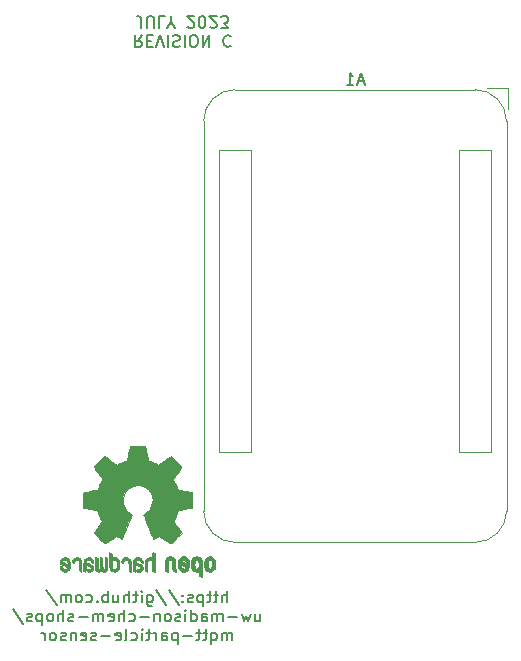
<source format=gbr>
%TF.GenerationSoftware,KiCad,Pcbnew,7.0.6*%
%TF.CreationDate,2023-08-07T10:19:30-05:00*%
%TF.ProjectId,mqtt_particle_sensor,6d717474-5f70-4617-9274-69636c655f73,C*%
%TF.SameCoordinates,Original*%
%TF.FileFunction,Legend,Bot*%
%TF.FilePolarity,Positive*%
%FSLAX46Y46*%
G04 Gerber Fmt 4.6, Leading zero omitted, Abs format (unit mm)*
G04 Created by KiCad (PCBNEW 7.0.6) date 2023-08-07 10:19:30*
%MOMM*%
%LPD*%
G01*
G04 APERTURE LIST*
%ADD10C,0.150000*%
%ADD11C,0.010000*%
%ADD12C,0.120000*%
G04 APERTURE END LIST*
D10*
X99417619Y-52420180D02*
X99084286Y-52896371D01*
X98846191Y-52420180D02*
X98846191Y-53420180D01*
X98846191Y-53420180D02*
X99227143Y-53420180D01*
X99227143Y-53420180D02*
X99322381Y-53372561D01*
X99322381Y-53372561D02*
X99370000Y-53324942D01*
X99370000Y-53324942D02*
X99417619Y-53229704D01*
X99417619Y-53229704D02*
X99417619Y-53086847D01*
X99417619Y-53086847D02*
X99370000Y-52991609D01*
X99370000Y-52991609D02*
X99322381Y-52943990D01*
X99322381Y-52943990D02*
X99227143Y-52896371D01*
X99227143Y-52896371D02*
X98846191Y-52896371D01*
X99846191Y-52943990D02*
X100179524Y-52943990D01*
X100322381Y-52420180D02*
X99846191Y-52420180D01*
X99846191Y-52420180D02*
X99846191Y-53420180D01*
X99846191Y-53420180D02*
X100322381Y-53420180D01*
X100608096Y-53420180D02*
X100941429Y-52420180D01*
X100941429Y-52420180D02*
X101274762Y-53420180D01*
X101608096Y-52420180D02*
X101608096Y-53420180D01*
X102036667Y-52467800D02*
X102179524Y-52420180D01*
X102179524Y-52420180D02*
X102417619Y-52420180D01*
X102417619Y-52420180D02*
X102512857Y-52467800D01*
X102512857Y-52467800D02*
X102560476Y-52515419D01*
X102560476Y-52515419D02*
X102608095Y-52610657D01*
X102608095Y-52610657D02*
X102608095Y-52705895D01*
X102608095Y-52705895D02*
X102560476Y-52801133D01*
X102560476Y-52801133D02*
X102512857Y-52848752D01*
X102512857Y-52848752D02*
X102417619Y-52896371D01*
X102417619Y-52896371D02*
X102227143Y-52943990D01*
X102227143Y-52943990D02*
X102131905Y-52991609D01*
X102131905Y-52991609D02*
X102084286Y-53039228D01*
X102084286Y-53039228D02*
X102036667Y-53134466D01*
X102036667Y-53134466D02*
X102036667Y-53229704D01*
X102036667Y-53229704D02*
X102084286Y-53324942D01*
X102084286Y-53324942D02*
X102131905Y-53372561D01*
X102131905Y-53372561D02*
X102227143Y-53420180D01*
X102227143Y-53420180D02*
X102465238Y-53420180D01*
X102465238Y-53420180D02*
X102608095Y-53372561D01*
X103036667Y-52420180D02*
X103036667Y-53420180D01*
X103703333Y-53420180D02*
X103893809Y-53420180D01*
X103893809Y-53420180D02*
X103989047Y-53372561D01*
X103989047Y-53372561D02*
X104084285Y-53277323D01*
X104084285Y-53277323D02*
X104131904Y-53086847D01*
X104131904Y-53086847D02*
X104131904Y-52753514D01*
X104131904Y-52753514D02*
X104084285Y-52563038D01*
X104084285Y-52563038D02*
X103989047Y-52467800D01*
X103989047Y-52467800D02*
X103893809Y-52420180D01*
X103893809Y-52420180D02*
X103703333Y-52420180D01*
X103703333Y-52420180D02*
X103608095Y-52467800D01*
X103608095Y-52467800D02*
X103512857Y-52563038D01*
X103512857Y-52563038D02*
X103465238Y-52753514D01*
X103465238Y-52753514D02*
X103465238Y-53086847D01*
X103465238Y-53086847D02*
X103512857Y-53277323D01*
X103512857Y-53277323D02*
X103608095Y-53372561D01*
X103608095Y-53372561D02*
X103703333Y-53420180D01*
X104560476Y-52420180D02*
X104560476Y-53420180D01*
X104560476Y-53420180D02*
X105131904Y-52420180D01*
X105131904Y-52420180D02*
X105131904Y-53420180D01*
X106941428Y-52515419D02*
X106893809Y-52467800D01*
X106893809Y-52467800D02*
X106750952Y-52420180D01*
X106750952Y-52420180D02*
X106655714Y-52420180D01*
X106655714Y-52420180D02*
X106512857Y-52467800D01*
X106512857Y-52467800D02*
X106417619Y-52563038D01*
X106417619Y-52563038D02*
X106370000Y-52658276D01*
X106370000Y-52658276D02*
X106322381Y-52848752D01*
X106322381Y-52848752D02*
X106322381Y-52991609D01*
X106322381Y-52991609D02*
X106370000Y-53182085D01*
X106370000Y-53182085D02*
X106417619Y-53277323D01*
X106417619Y-53277323D02*
X106512857Y-53372561D01*
X106512857Y-53372561D02*
X106655714Y-53420180D01*
X106655714Y-53420180D02*
X106750952Y-53420180D01*
X106750952Y-53420180D02*
X106893809Y-53372561D01*
X106893809Y-53372561D02*
X106941428Y-53324942D01*
X99369999Y-51810180D02*
X99369999Y-51095895D01*
X99369999Y-51095895D02*
X99322380Y-50953038D01*
X99322380Y-50953038D02*
X99227142Y-50857800D01*
X99227142Y-50857800D02*
X99084285Y-50810180D01*
X99084285Y-50810180D02*
X98989047Y-50810180D01*
X99846190Y-51810180D02*
X99846190Y-51000657D01*
X99846190Y-51000657D02*
X99893809Y-50905419D01*
X99893809Y-50905419D02*
X99941428Y-50857800D01*
X99941428Y-50857800D02*
X100036666Y-50810180D01*
X100036666Y-50810180D02*
X100227142Y-50810180D01*
X100227142Y-50810180D02*
X100322380Y-50857800D01*
X100322380Y-50857800D02*
X100369999Y-50905419D01*
X100369999Y-50905419D02*
X100417618Y-51000657D01*
X100417618Y-51000657D02*
X100417618Y-51810180D01*
X101369999Y-50810180D02*
X100893809Y-50810180D01*
X100893809Y-50810180D02*
X100893809Y-51810180D01*
X101893809Y-51286371D02*
X101893809Y-50810180D01*
X101560476Y-51810180D02*
X101893809Y-51286371D01*
X101893809Y-51286371D02*
X102227142Y-51810180D01*
X103274762Y-51714942D02*
X103322381Y-51762561D01*
X103322381Y-51762561D02*
X103417619Y-51810180D01*
X103417619Y-51810180D02*
X103655714Y-51810180D01*
X103655714Y-51810180D02*
X103750952Y-51762561D01*
X103750952Y-51762561D02*
X103798571Y-51714942D01*
X103798571Y-51714942D02*
X103846190Y-51619704D01*
X103846190Y-51619704D02*
X103846190Y-51524466D01*
X103846190Y-51524466D02*
X103798571Y-51381609D01*
X103798571Y-51381609D02*
X103227143Y-50810180D01*
X103227143Y-50810180D02*
X103846190Y-50810180D01*
X104465238Y-51810180D02*
X104560476Y-51810180D01*
X104560476Y-51810180D02*
X104655714Y-51762561D01*
X104655714Y-51762561D02*
X104703333Y-51714942D01*
X104703333Y-51714942D02*
X104750952Y-51619704D01*
X104750952Y-51619704D02*
X104798571Y-51429228D01*
X104798571Y-51429228D02*
X104798571Y-51191133D01*
X104798571Y-51191133D02*
X104750952Y-51000657D01*
X104750952Y-51000657D02*
X104703333Y-50905419D01*
X104703333Y-50905419D02*
X104655714Y-50857800D01*
X104655714Y-50857800D02*
X104560476Y-50810180D01*
X104560476Y-50810180D02*
X104465238Y-50810180D01*
X104465238Y-50810180D02*
X104370000Y-50857800D01*
X104370000Y-50857800D02*
X104322381Y-50905419D01*
X104322381Y-50905419D02*
X104274762Y-51000657D01*
X104274762Y-51000657D02*
X104227143Y-51191133D01*
X104227143Y-51191133D02*
X104227143Y-51429228D01*
X104227143Y-51429228D02*
X104274762Y-51619704D01*
X104274762Y-51619704D02*
X104322381Y-51714942D01*
X104322381Y-51714942D02*
X104370000Y-51762561D01*
X104370000Y-51762561D02*
X104465238Y-51810180D01*
X105179524Y-51714942D02*
X105227143Y-51762561D01*
X105227143Y-51762561D02*
X105322381Y-51810180D01*
X105322381Y-51810180D02*
X105560476Y-51810180D01*
X105560476Y-51810180D02*
X105655714Y-51762561D01*
X105655714Y-51762561D02*
X105703333Y-51714942D01*
X105703333Y-51714942D02*
X105750952Y-51619704D01*
X105750952Y-51619704D02*
X105750952Y-51524466D01*
X105750952Y-51524466D02*
X105703333Y-51381609D01*
X105703333Y-51381609D02*
X105131905Y-50810180D01*
X105131905Y-50810180D02*
X105750952Y-50810180D01*
X106084286Y-51810180D02*
X106703333Y-51810180D01*
X106703333Y-51810180D02*
X106370000Y-51429228D01*
X106370000Y-51429228D02*
X106512857Y-51429228D01*
X106512857Y-51429228D02*
X106608095Y-51381609D01*
X106608095Y-51381609D02*
X106655714Y-51333990D01*
X106655714Y-51333990D02*
X106703333Y-51238752D01*
X106703333Y-51238752D02*
X106703333Y-51000657D01*
X106703333Y-51000657D02*
X106655714Y-50905419D01*
X106655714Y-50905419D02*
X106608095Y-50857800D01*
X106608095Y-50857800D02*
X106512857Y-50810180D01*
X106512857Y-50810180D02*
X106227143Y-50810180D01*
X106227143Y-50810180D02*
X106131905Y-50857800D01*
X106131905Y-50857800D02*
X106084286Y-50905419D01*
X106631428Y-100444819D02*
X106631428Y-99444819D01*
X106202857Y-100444819D02*
X106202857Y-99921009D01*
X106202857Y-99921009D02*
X106250476Y-99825771D01*
X106250476Y-99825771D02*
X106345714Y-99778152D01*
X106345714Y-99778152D02*
X106488571Y-99778152D01*
X106488571Y-99778152D02*
X106583809Y-99825771D01*
X106583809Y-99825771D02*
X106631428Y-99873390D01*
X105869523Y-99778152D02*
X105488571Y-99778152D01*
X105726666Y-99444819D02*
X105726666Y-100301961D01*
X105726666Y-100301961D02*
X105679047Y-100397200D01*
X105679047Y-100397200D02*
X105583809Y-100444819D01*
X105583809Y-100444819D02*
X105488571Y-100444819D01*
X105298094Y-99778152D02*
X104917142Y-99778152D01*
X105155237Y-99444819D02*
X105155237Y-100301961D01*
X105155237Y-100301961D02*
X105107618Y-100397200D01*
X105107618Y-100397200D02*
X105012380Y-100444819D01*
X105012380Y-100444819D02*
X104917142Y-100444819D01*
X104583808Y-99778152D02*
X104583808Y-100778152D01*
X104583808Y-99825771D02*
X104488570Y-99778152D01*
X104488570Y-99778152D02*
X104298094Y-99778152D01*
X104298094Y-99778152D02*
X104202856Y-99825771D01*
X104202856Y-99825771D02*
X104155237Y-99873390D01*
X104155237Y-99873390D02*
X104107618Y-99968628D01*
X104107618Y-99968628D02*
X104107618Y-100254342D01*
X104107618Y-100254342D02*
X104155237Y-100349580D01*
X104155237Y-100349580D02*
X104202856Y-100397200D01*
X104202856Y-100397200D02*
X104298094Y-100444819D01*
X104298094Y-100444819D02*
X104488570Y-100444819D01*
X104488570Y-100444819D02*
X104583808Y-100397200D01*
X103726665Y-100397200D02*
X103631427Y-100444819D01*
X103631427Y-100444819D02*
X103440951Y-100444819D01*
X103440951Y-100444819D02*
X103345713Y-100397200D01*
X103345713Y-100397200D02*
X103298094Y-100301961D01*
X103298094Y-100301961D02*
X103298094Y-100254342D01*
X103298094Y-100254342D02*
X103345713Y-100159104D01*
X103345713Y-100159104D02*
X103440951Y-100111485D01*
X103440951Y-100111485D02*
X103583808Y-100111485D01*
X103583808Y-100111485D02*
X103679046Y-100063866D01*
X103679046Y-100063866D02*
X103726665Y-99968628D01*
X103726665Y-99968628D02*
X103726665Y-99921009D01*
X103726665Y-99921009D02*
X103679046Y-99825771D01*
X103679046Y-99825771D02*
X103583808Y-99778152D01*
X103583808Y-99778152D02*
X103440951Y-99778152D01*
X103440951Y-99778152D02*
X103345713Y-99825771D01*
X102869522Y-100349580D02*
X102821903Y-100397200D01*
X102821903Y-100397200D02*
X102869522Y-100444819D01*
X102869522Y-100444819D02*
X102917141Y-100397200D01*
X102917141Y-100397200D02*
X102869522Y-100349580D01*
X102869522Y-100349580D02*
X102869522Y-100444819D01*
X102869522Y-99825771D02*
X102821903Y-99873390D01*
X102821903Y-99873390D02*
X102869522Y-99921009D01*
X102869522Y-99921009D02*
X102917141Y-99873390D01*
X102917141Y-99873390D02*
X102869522Y-99825771D01*
X102869522Y-99825771D02*
X102869522Y-99921009D01*
X101679047Y-99397200D02*
X102536189Y-100682914D01*
X100631428Y-99397200D02*
X101488570Y-100682914D01*
X99869523Y-99778152D02*
X99869523Y-100587676D01*
X99869523Y-100587676D02*
X99917142Y-100682914D01*
X99917142Y-100682914D02*
X99964761Y-100730533D01*
X99964761Y-100730533D02*
X100059999Y-100778152D01*
X100059999Y-100778152D02*
X100202856Y-100778152D01*
X100202856Y-100778152D02*
X100298094Y-100730533D01*
X99869523Y-100397200D02*
X99964761Y-100444819D01*
X99964761Y-100444819D02*
X100155237Y-100444819D01*
X100155237Y-100444819D02*
X100250475Y-100397200D01*
X100250475Y-100397200D02*
X100298094Y-100349580D01*
X100298094Y-100349580D02*
X100345713Y-100254342D01*
X100345713Y-100254342D02*
X100345713Y-99968628D01*
X100345713Y-99968628D02*
X100298094Y-99873390D01*
X100298094Y-99873390D02*
X100250475Y-99825771D01*
X100250475Y-99825771D02*
X100155237Y-99778152D01*
X100155237Y-99778152D02*
X99964761Y-99778152D01*
X99964761Y-99778152D02*
X99869523Y-99825771D01*
X99393332Y-100444819D02*
X99393332Y-99778152D01*
X99393332Y-99444819D02*
X99440951Y-99492438D01*
X99440951Y-99492438D02*
X99393332Y-99540057D01*
X99393332Y-99540057D02*
X99345713Y-99492438D01*
X99345713Y-99492438D02*
X99393332Y-99444819D01*
X99393332Y-99444819D02*
X99393332Y-99540057D01*
X99059999Y-99778152D02*
X98679047Y-99778152D01*
X98917142Y-99444819D02*
X98917142Y-100301961D01*
X98917142Y-100301961D02*
X98869523Y-100397200D01*
X98869523Y-100397200D02*
X98774285Y-100444819D01*
X98774285Y-100444819D02*
X98679047Y-100444819D01*
X98345713Y-100444819D02*
X98345713Y-99444819D01*
X97917142Y-100444819D02*
X97917142Y-99921009D01*
X97917142Y-99921009D02*
X97964761Y-99825771D01*
X97964761Y-99825771D02*
X98059999Y-99778152D01*
X98059999Y-99778152D02*
X98202856Y-99778152D01*
X98202856Y-99778152D02*
X98298094Y-99825771D01*
X98298094Y-99825771D02*
X98345713Y-99873390D01*
X97012380Y-99778152D02*
X97012380Y-100444819D01*
X97440951Y-99778152D02*
X97440951Y-100301961D01*
X97440951Y-100301961D02*
X97393332Y-100397200D01*
X97393332Y-100397200D02*
X97298094Y-100444819D01*
X97298094Y-100444819D02*
X97155237Y-100444819D01*
X97155237Y-100444819D02*
X97059999Y-100397200D01*
X97059999Y-100397200D02*
X97012380Y-100349580D01*
X96536189Y-100444819D02*
X96536189Y-99444819D01*
X96536189Y-99825771D02*
X96440951Y-99778152D01*
X96440951Y-99778152D02*
X96250475Y-99778152D01*
X96250475Y-99778152D02*
X96155237Y-99825771D01*
X96155237Y-99825771D02*
X96107618Y-99873390D01*
X96107618Y-99873390D02*
X96059999Y-99968628D01*
X96059999Y-99968628D02*
X96059999Y-100254342D01*
X96059999Y-100254342D02*
X96107618Y-100349580D01*
X96107618Y-100349580D02*
X96155237Y-100397200D01*
X96155237Y-100397200D02*
X96250475Y-100444819D01*
X96250475Y-100444819D02*
X96440951Y-100444819D01*
X96440951Y-100444819D02*
X96536189Y-100397200D01*
X95631427Y-100349580D02*
X95583808Y-100397200D01*
X95583808Y-100397200D02*
X95631427Y-100444819D01*
X95631427Y-100444819D02*
X95679046Y-100397200D01*
X95679046Y-100397200D02*
X95631427Y-100349580D01*
X95631427Y-100349580D02*
X95631427Y-100444819D01*
X94726666Y-100397200D02*
X94821904Y-100444819D01*
X94821904Y-100444819D02*
X95012380Y-100444819D01*
X95012380Y-100444819D02*
X95107618Y-100397200D01*
X95107618Y-100397200D02*
X95155237Y-100349580D01*
X95155237Y-100349580D02*
X95202856Y-100254342D01*
X95202856Y-100254342D02*
X95202856Y-99968628D01*
X95202856Y-99968628D02*
X95155237Y-99873390D01*
X95155237Y-99873390D02*
X95107618Y-99825771D01*
X95107618Y-99825771D02*
X95012380Y-99778152D01*
X95012380Y-99778152D02*
X94821904Y-99778152D01*
X94821904Y-99778152D02*
X94726666Y-99825771D01*
X94155237Y-100444819D02*
X94250475Y-100397200D01*
X94250475Y-100397200D02*
X94298094Y-100349580D01*
X94298094Y-100349580D02*
X94345713Y-100254342D01*
X94345713Y-100254342D02*
X94345713Y-99968628D01*
X94345713Y-99968628D02*
X94298094Y-99873390D01*
X94298094Y-99873390D02*
X94250475Y-99825771D01*
X94250475Y-99825771D02*
X94155237Y-99778152D01*
X94155237Y-99778152D02*
X94012380Y-99778152D01*
X94012380Y-99778152D02*
X93917142Y-99825771D01*
X93917142Y-99825771D02*
X93869523Y-99873390D01*
X93869523Y-99873390D02*
X93821904Y-99968628D01*
X93821904Y-99968628D02*
X93821904Y-100254342D01*
X93821904Y-100254342D02*
X93869523Y-100349580D01*
X93869523Y-100349580D02*
X93917142Y-100397200D01*
X93917142Y-100397200D02*
X94012380Y-100444819D01*
X94012380Y-100444819D02*
X94155237Y-100444819D01*
X93393332Y-100444819D02*
X93393332Y-99778152D01*
X93393332Y-99873390D02*
X93345713Y-99825771D01*
X93345713Y-99825771D02*
X93250475Y-99778152D01*
X93250475Y-99778152D02*
X93107618Y-99778152D01*
X93107618Y-99778152D02*
X93012380Y-99825771D01*
X93012380Y-99825771D02*
X92964761Y-99921009D01*
X92964761Y-99921009D02*
X92964761Y-100444819D01*
X92964761Y-99921009D02*
X92917142Y-99825771D01*
X92917142Y-99825771D02*
X92821904Y-99778152D01*
X92821904Y-99778152D02*
X92679047Y-99778152D01*
X92679047Y-99778152D02*
X92583808Y-99825771D01*
X92583808Y-99825771D02*
X92536189Y-99921009D01*
X92536189Y-99921009D02*
X92536189Y-100444819D01*
X91345714Y-99397200D02*
X92202856Y-100682914D01*
X109012380Y-101388152D02*
X109012380Y-102054819D01*
X109440951Y-101388152D02*
X109440951Y-101911961D01*
X109440951Y-101911961D02*
X109393332Y-102007200D01*
X109393332Y-102007200D02*
X109298094Y-102054819D01*
X109298094Y-102054819D02*
X109155237Y-102054819D01*
X109155237Y-102054819D02*
X109059999Y-102007200D01*
X109059999Y-102007200D02*
X109012380Y-101959580D01*
X108631427Y-101388152D02*
X108440951Y-102054819D01*
X108440951Y-102054819D02*
X108250475Y-101578628D01*
X108250475Y-101578628D02*
X108059999Y-102054819D01*
X108059999Y-102054819D02*
X107869523Y-101388152D01*
X107488570Y-101673866D02*
X106726666Y-101673866D01*
X106250475Y-102054819D02*
X106250475Y-101388152D01*
X106250475Y-101483390D02*
X106202856Y-101435771D01*
X106202856Y-101435771D02*
X106107618Y-101388152D01*
X106107618Y-101388152D02*
X105964761Y-101388152D01*
X105964761Y-101388152D02*
X105869523Y-101435771D01*
X105869523Y-101435771D02*
X105821904Y-101531009D01*
X105821904Y-101531009D02*
X105821904Y-102054819D01*
X105821904Y-101531009D02*
X105774285Y-101435771D01*
X105774285Y-101435771D02*
X105679047Y-101388152D01*
X105679047Y-101388152D02*
X105536190Y-101388152D01*
X105536190Y-101388152D02*
X105440951Y-101435771D01*
X105440951Y-101435771D02*
X105393332Y-101531009D01*
X105393332Y-101531009D02*
X105393332Y-102054819D01*
X104488571Y-102054819D02*
X104488571Y-101531009D01*
X104488571Y-101531009D02*
X104536190Y-101435771D01*
X104536190Y-101435771D02*
X104631428Y-101388152D01*
X104631428Y-101388152D02*
X104821904Y-101388152D01*
X104821904Y-101388152D02*
X104917142Y-101435771D01*
X104488571Y-102007200D02*
X104583809Y-102054819D01*
X104583809Y-102054819D02*
X104821904Y-102054819D01*
X104821904Y-102054819D02*
X104917142Y-102007200D01*
X104917142Y-102007200D02*
X104964761Y-101911961D01*
X104964761Y-101911961D02*
X104964761Y-101816723D01*
X104964761Y-101816723D02*
X104917142Y-101721485D01*
X104917142Y-101721485D02*
X104821904Y-101673866D01*
X104821904Y-101673866D02*
X104583809Y-101673866D01*
X104583809Y-101673866D02*
X104488571Y-101626247D01*
X103583809Y-102054819D02*
X103583809Y-101054819D01*
X103583809Y-102007200D02*
X103679047Y-102054819D01*
X103679047Y-102054819D02*
X103869523Y-102054819D01*
X103869523Y-102054819D02*
X103964761Y-102007200D01*
X103964761Y-102007200D02*
X104012380Y-101959580D01*
X104012380Y-101959580D02*
X104059999Y-101864342D01*
X104059999Y-101864342D02*
X104059999Y-101578628D01*
X104059999Y-101578628D02*
X104012380Y-101483390D01*
X104012380Y-101483390D02*
X103964761Y-101435771D01*
X103964761Y-101435771D02*
X103869523Y-101388152D01*
X103869523Y-101388152D02*
X103679047Y-101388152D01*
X103679047Y-101388152D02*
X103583809Y-101435771D01*
X103107618Y-102054819D02*
X103107618Y-101388152D01*
X103107618Y-101054819D02*
X103155237Y-101102438D01*
X103155237Y-101102438D02*
X103107618Y-101150057D01*
X103107618Y-101150057D02*
X103059999Y-101102438D01*
X103059999Y-101102438D02*
X103107618Y-101054819D01*
X103107618Y-101054819D02*
X103107618Y-101150057D01*
X102679047Y-102007200D02*
X102583809Y-102054819D01*
X102583809Y-102054819D02*
X102393333Y-102054819D01*
X102393333Y-102054819D02*
X102298095Y-102007200D01*
X102298095Y-102007200D02*
X102250476Y-101911961D01*
X102250476Y-101911961D02*
X102250476Y-101864342D01*
X102250476Y-101864342D02*
X102298095Y-101769104D01*
X102298095Y-101769104D02*
X102393333Y-101721485D01*
X102393333Y-101721485D02*
X102536190Y-101721485D01*
X102536190Y-101721485D02*
X102631428Y-101673866D01*
X102631428Y-101673866D02*
X102679047Y-101578628D01*
X102679047Y-101578628D02*
X102679047Y-101531009D01*
X102679047Y-101531009D02*
X102631428Y-101435771D01*
X102631428Y-101435771D02*
X102536190Y-101388152D01*
X102536190Y-101388152D02*
X102393333Y-101388152D01*
X102393333Y-101388152D02*
X102298095Y-101435771D01*
X101679047Y-102054819D02*
X101774285Y-102007200D01*
X101774285Y-102007200D02*
X101821904Y-101959580D01*
X101821904Y-101959580D02*
X101869523Y-101864342D01*
X101869523Y-101864342D02*
X101869523Y-101578628D01*
X101869523Y-101578628D02*
X101821904Y-101483390D01*
X101821904Y-101483390D02*
X101774285Y-101435771D01*
X101774285Y-101435771D02*
X101679047Y-101388152D01*
X101679047Y-101388152D02*
X101536190Y-101388152D01*
X101536190Y-101388152D02*
X101440952Y-101435771D01*
X101440952Y-101435771D02*
X101393333Y-101483390D01*
X101393333Y-101483390D02*
X101345714Y-101578628D01*
X101345714Y-101578628D02*
X101345714Y-101864342D01*
X101345714Y-101864342D02*
X101393333Y-101959580D01*
X101393333Y-101959580D02*
X101440952Y-102007200D01*
X101440952Y-102007200D02*
X101536190Y-102054819D01*
X101536190Y-102054819D02*
X101679047Y-102054819D01*
X100917142Y-101388152D02*
X100917142Y-102054819D01*
X100917142Y-101483390D02*
X100869523Y-101435771D01*
X100869523Y-101435771D02*
X100774285Y-101388152D01*
X100774285Y-101388152D02*
X100631428Y-101388152D01*
X100631428Y-101388152D02*
X100536190Y-101435771D01*
X100536190Y-101435771D02*
X100488571Y-101531009D01*
X100488571Y-101531009D02*
X100488571Y-102054819D01*
X100012380Y-101673866D02*
X99250476Y-101673866D01*
X98345714Y-102007200D02*
X98440952Y-102054819D01*
X98440952Y-102054819D02*
X98631428Y-102054819D01*
X98631428Y-102054819D02*
X98726666Y-102007200D01*
X98726666Y-102007200D02*
X98774285Y-101959580D01*
X98774285Y-101959580D02*
X98821904Y-101864342D01*
X98821904Y-101864342D02*
X98821904Y-101578628D01*
X98821904Y-101578628D02*
X98774285Y-101483390D01*
X98774285Y-101483390D02*
X98726666Y-101435771D01*
X98726666Y-101435771D02*
X98631428Y-101388152D01*
X98631428Y-101388152D02*
X98440952Y-101388152D01*
X98440952Y-101388152D02*
X98345714Y-101435771D01*
X97917142Y-102054819D02*
X97917142Y-101054819D01*
X97488571Y-102054819D02*
X97488571Y-101531009D01*
X97488571Y-101531009D02*
X97536190Y-101435771D01*
X97536190Y-101435771D02*
X97631428Y-101388152D01*
X97631428Y-101388152D02*
X97774285Y-101388152D01*
X97774285Y-101388152D02*
X97869523Y-101435771D01*
X97869523Y-101435771D02*
X97917142Y-101483390D01*
X96631428Y-102007200D02*
X96726666Y-102054819D01*
X96726666Y-102054819D02*
X96917142Y-102054819D01*
X96917142Y-102054819D02*
X97012380Y-102007200D01*
X97012380Y-102007200D02*
X97059999Y-101911961D01*
X97059999Y-101911961D02*
X97059999Y-101531009D01*
X97059999Y-101531009D02*
X97012380Y-101435771D01*
X97012380Y-101435771D02*
X96917142Y-101388152D01*
X96917142Y-101388152D02*
X96726666Y-101388152D01*
X96726666Y-101388152D02*
X96631428Y-101435771D01*
X96631428Y-101435771D02*
X96583809Y-101531009D01*
X96583809Y-101531009D02*
X96583809Y-101626247D01*
X96583809Y-101626247D02*
X97059999Y-101721485D01*
X96155237Y-102054819D02*
X96155237Y-101388152D01*
X96155237Y-101483390D02*
X96107618Y-101435771D01*
X96107618Y-101435771D02*
X96012380Y-101388152D01*
X96012380Y-101388152D02*
X95869523Y-101388152D01*
X95869523Y-101388152D02*
X95774285Y-101435771D01*
X95774285Y-101435771D02*
X95726666Y-101531009D01*
X95726666Y-101531009D02*
X95726666Y-102054819D01*
X95726666Y-101531009D02*
X95679047Y-101435771D01*
X95679047Y-101435771D02*
X95583809Y-101388152D01*
X95583809Y-101388152D02*
X95440952Y-101388152D01*
X95440952Y-101388152D02*
X95345713Y-101435771D01*
X95345713Y-101435771D02*
X95298094Y-101531009D01*
X95298094Y-101531009D02*
X95298094Y-102054819D01*
X94821904Y-101673866D02*
X94060000Y-101673866D01*
X93631428Y-102007200D02*
X93536190Y-102054819D01*
X93536190Y-102054819D02*
X93345714Y-102054819D01*
X93345714Y-102054819D02*
X93250476Y-102007200D01*
X93250476Y-102007200D02*
X93202857Y-101911961D01*
X93202857Y-101911961D02*
X93202857Y-101864342D01*
X93202857Y-101864342D02*
X93250476Y-101769104D01*
X93250476Y-101769104D02*
X93345714Y-101721485D01*
X93345714Y-101721485D02*
X93488571Y-101721485D01*
X93488571Y-101721485D02*
X93583809Y-101673866D01*
X93583809Y-101673866D02*
X93631428Y-101578628D01*
X93631428Y-101578628D02*
X93631428Y-101531009D01*
X93631428Y-101531009D02*
X93583809Y-101435771D01*
X93583809Y-101435771D02*
X93488571Y-101388152D01*
X93488571Y-101388152D02*
X93345714Y-101388152D01*
X93345714Y-101388152D02*
X93250476Y-101435771D01*
X92774285Y-102054819D02*
X92774285Y-101054819D01*
X92345714Y-102054819D02*
X92345714Y-101531009D01*
X92345714Y-101531009D02*
X92393333Y-101435771D01*
X92393333Y-101435771D02*
X92488571Y-101388152D01*
X92488571Y-101388152D02*
X92631428Y-101388152D01*
X92631428Y-101388152D02*
X92726666Y-101435771D01*
X92726666Y-101435771D02*
X92774285Y-101483390D01*
X91726666Y-102054819D02*
X91821904Y-102007200D01*
X91821904Y-102007200D02*
X91869523Y-101959580D01*
X91869523Y-101959580D02*
X91917142Y-101864342D01*
X91917142Y-101864342D02*
X91917142Y-101578628D01*
X91917142Y-101578628D02*
X91869523Y-101483390D01*
X91869523Y-101483390D02*
X91821904Y-101435771D01*
X91821904Y-101435771D02*
X91726666Y-101388152D01*
X91726666Y-101388152D02*
X91583809Y-101388152D01*
X91583809Y-101388152D02*
X91488571Y-101435771D01*
X91488571Y-101435771D02*
X91440952Y-101483390D01*
X91440952Y-101483390D02*
X91393333Y-101578628D01*
X91393333Y-101578628D02*
X91393333Y-101864342D01*
X91393333Y-101864342D02*
X91440952Y-101959580D01*
X91440952Y-101959580D02*
X91488571Y-102007200D01*
X91488571Y-102007200D02*
X91583809Y-102054819D01*
X91583809Y-102054819D02*
X91726666Y-102054819D01*
X90964761Y-101388152D02*
X90964761Y-102388152D01*
X90964761Y-101435771D02*
X90869523Y-101388152D01*
X90869523Y-101388152D02*
X90679047Y-101388152D01*
X90679047Y-101388152D02*
X90583809Y-101435771D01*
X90583809Y-101435771D02*
X90536190Y-101483390D01*
X90536190Y-101483390D02*
X90488571Y-101578628D01*
X90488571Y-101578628D02*
X90488571Y-101864342D01*
X90488571Y-101864342D02*
X90536190Y-101959580D01*
X90536190Y-101959580D02*
X90583809Y-102007200D01*
X90583809Y-102007200D02*
X90679047Y-102054819D01*
X90679047Y-102054819D02*
X90869523Y-102054819D01*
X90869523Y-102054819D02*
X90964761Y-102007200D01*
X90107618Y-102007200D02*
X90012380Y-102054819D01*
X90012380Y-102054819D02*
X89821904Y-102054819D01*
X89821904Y-102054819D02*
X89726666Y-102007200D01*
X89726666Y-102007200D02*
X89679047Y-101911961D01*
X89679047Y-101911961D02*
X89679047Y-101864342D01*
X89679047Y-101864342D02*
X89726666Y-101769104D01*
X89726666Y-101769104D02*
X89821904Y-101721485D01*
X89821904Y-101721485D02*
X89964761Y-101721485D01*
X89964761Y-101721485D02*
X90059999Y-101673866D01*
X90059999Y-101673866D02*
X90107618Y-101578628D01*
X90107618Y-101578628D02*
X90107618Y-101531009D01*
X90107618Y-101531009D02*
X90059999Y-101435771D01*
X90059999Y-101435771D02*
X89964761Y-101388152D01*
X89964761Y-101388152D02*
X89821904Y-101388152D01*
X89821904Y-101388152D02*
X89726666Y-101435771D01*
X88536190Y-101007200D02*
X89393332Y-102292914D01*
X107060000Y-103664819D02*
X107060000Y-102998152D01*
X107060000Y-103093390D02*
X107012381Y-103045771D01*
X107012381Y-103045771D02*
X106917143Y-102998152D01*
X106917143Y-102998152D02*
X106774286Y-102998152D01*
X106774286Y-102998152D02*
X106679048Y-103045771D01*
X106679048Y-103045771D02*
X106631429Y-103141009D01*
X106631429Y-103141009D02*
X106631429Y-103664819D01*
X106631429Y-103141009D02*
X106583810Y-103045771D01*
X106583810Y-103045771D02*
X106488572Y-102998152D01*
X106488572Y-102998152D02*
X106345715Y-102998152D01*
X106345715Y-102998152D02*
X106250476Y-103045771D01*
X106250476Y-103045771D02*
X106202857Y-103141009D01*
X106202857Y-103141009D02*
X106202857Y-103664819D01*
X105298096Y-102998152D02*
X105298096Y-103998152D01*
X105298096Y-103617200D02*
X105393334Y-103664819D01*
X105393334Y-103664819D02*
X105583810Y-103664819D01*
X105583810Y-103664819D02*
X105679048Y-103617200D01*
X105679048Y-103617200D02*
X105726667Y-103569580D01*
X105726667Y-103569580D02*
X105774286Y-103474342D01*
X105774286Y-103474342D02*
X105774286Y-103188628D01*
X105774286Y-103188628D02*
X105726667Y-103093390D01*
X105726667Y-103093390D02*
X105679048Y-103045771D01*
X105679048Y-103045771D02*
X105583810Y-102998152D01*
X105583810Y-102998152D02*
X105393334Y-102998152D01*
X105393334Y-102998152D02*
X105298096Y-103045771D01*
X104964762Y-102998152D02*
X104583810Y-102998152D01*
X104821905Y-102664819D02*
X104821905Y-103521961D01*
X104821905Y-103521961D02*
X104774286Y-103617200D01*
X104774286Y-103617200D02*
X104679048Y-103664819D01*
X104679048Y-103664819D02*
X104583810Y-103664819D01*
X104393333Y-102998152D02*
X104012381Y-102998152D01*
X104250476Y-102664819D02*
X104250476Y-103521961D01*
X104250476Y-103521961D02*
X104202857Y-103617200D01*
X104202857Y-103617200D02*
X104107619Y-103664819D01*
X104107619Y-103664819D02*
X104012381Y-103664819D01*
X103679047Y-103283866D02*
X102917143Y-103283866D01*
X102440952Y-102998152D02*
X102440952Y-103998152D01*
X102440952Y-103045771D02*
X102345714Y-102998152D01*
X102345714Y-102998152D02*
X102155238Y-102998152D01*
X102155238Y-102998152D02*
X102060000Y-103045771D01*
X102060000Y-103045771D02*
X102012381Y-103093390D01*
X102012381Y-103093390D02*
X101964762Y-103188628D01*
X101964762Y-103188628D02*
X101964762Y-103474342D01*
X101964762Y-103474342D02*
X102012381Y-103569580D01*
X102012381Y-103569580D02*
X102060000Y-103617200D01*
X102060000Y-103617200D02*
X102155238Y-103664819D01*
X102155238Y-103664819D02*
X102345714Y-103664819D01*
X102345714Y-103664819D02*
X102440952Y-103617200D01*
X101107619Y-103664819D02*
X101107619Y-103141009D01*
X101107619Y-103141009D02*
X101155238Y-103045771D01*
X101155238Y-103045771D02*
X101250476Y-102998152D01*
X101250476Y-102998152D02*
X101440952Y-102998152D01*
X101440952Y-102998152D02*
X101536190Y-103045771D01*
X101107619Y-103617200D02*
X101202857Y-103664819D01*
X101202857Y-103664819D02*
X101440952Y-103664819D01*
X101440952Y-103664819D02*
X101536190Y-103617200D01*
X101536190Y-103617200D02*
X101583809Y-103521961D01*
X101583809Y-103521961D02*
X101583809Y-103426723D01*
X101583809Y-103426723D02*
X101536190Y-103331485D01*
X101536190Y-103331485D02*
X101440952Y-103283866D01*
X101440952Y-103283866D02*
X101202857Y-103283866D01*
X101202857Y-103283866D02*
X101107619Y-103236247D01*
X100631428Y-103664819D02*
X100631428Y-102998152D01*
X100631428Y-103188628D02*
X100583809Y-103093390D01*
X100583809Y-103093390D02*
X100536190Y-103045771D01*
X100536190Y-103045771D02*
X100440952Y-102998152D01*
X100440952Y-102998152D02*
X100345714Y-102998152D01*
X100155237Y-102998152D02*
X99774285Y-102998152D01*
X100012380Y-102664819D02*
X100012380Y-103521961D01*
X100012380Y-103521961D02*
X99964761Y-103617200D01*
X99964761Y-103617200D02*
X99869523Y-103664819D01*
X99869523Y-103664819D02*
X99774285Y-103664819D01*
X99440951Y-103664819D02*
X99440951Y-102998152D01*
X99440951Y-102664819D02*
X99488570Y-102712438D01*
X99488570Y-102712438D02*
X99440951Y-102760057D01*
X99440951Y-102760057D02*
X99393332Y-102712438D01*
X99393332Y-102712438D02*
X99440951Y-102664819D01*
X99440951Y-102664819D02*
X99440951Y-102760057D01*
X98536190Y-103617200D02*
X98631428Y-103664819D01*
X98631428Y-103664819D02*
X98821904Y-103664819D01*
X98821904Y-103664819D02*
X98917142Y-103617200D01*
X98917142Y-103617200D02*
X98964761Y-103569580D01*
X98964761Y-103569580D02*
X99012380Y-103474342D01*
X99012380Y-103474342D02*
X99012380Y-103188628D01*
X99012380Y-103188628D02*
X98964761Y-103093390D01*
X98964761Y-103093390D02*
X98917142Y-103045771D01*
X98917142Y-103045771D02*
X98821904Y-102998152D01*
X98821904Y-102998152D02*
X98631428Y-102998152D01*
X98631428Y-102998152D02*
X98536190Y-103045771D01*
X97964761Y-103664819D02*
X98059999Y-103617200D01*
X98059999Y-103617200D02*
X98107618Y-103521961D01*
X98107618Y-103521961D02*
X98107618Y-102664819D01*
X97202856Y-103617200D02*
X97298094Y-103664819D01*
X97298094Y-103664819D02*
X97488570Y-103664819D01*
X97488570Y-103664819D02*
X97583808Y-103617200D01*
X97583808Y-103617200D02*
X97631427Y-103521961D01*
X97631427Y-103521961D02*
X97631427Y-103141009D01*
X97631427Y-103141009D02*
X97583808Y-103045771D01*
X97583808Y-103045771D02*
X97488570Y-102998152D01*
X97488570Y-102998152D02*
X97298094Y-102998152D01*
X97298094Y-102998152D02*
X97202856Y-103045771D01*
X97202856Y-103045771D02*
X97155237Y-103141009D01*
X97155237Y-103141009D02*
X97155237Y-103236247D01*
X97155237Y-103236247D02*
X97631427Y-103331485D01*
X96726665Y-103283866D02*
X95964761Y-103283866D01*
X95536189Y-103617200D02*
X95440951Y-103664819D01*
X95440951Y-103664819D02*
X95250475Y-103664819D01*
X95250475Y-103664819D02*
X95155237Y-103617200D01*
X95155237Y-103617200D02*
X95107618Y-103521961D01*
X95107618Y-103521961D02*
X95107618Y-103474342D01*
X95107618Y-103474342D02*
X95155237Y-103379104D01*
X95155237Y-103379104D02*
X95250475Y-103331485D01*
X95250475Y-103331485D02*
X95393332Y-103331485D01*
X95393332Y-103331485D02*
X95488570Y-103283866D01*
X95488570Y-103283866D02*
X95536189Y-103188628D01*
X95536189Y-103188628D02*
X95536189Y-103141009D01*
X95536189Y-103141009D02*
X95488570Y-103045771D01*
X95488570Y-103045771D02*
X95393332Y-102998152D01*
X95393332Y-102998152D02*
X95250475Y-102998152D01*
X95250475Y-102998152D02*
X95155237Y-103045771D01*
X94298094Y-103617200D02*
X94393332Y-103664819D01*
X94393332Y-103664819D02*
X94583808Y-103664819D01*
X94583808Y-103664819D02*
X94679046Y-103617200D01*
X94679046Y-103617200D02*
X94726665Y-103521961D01*
X94726665Y-103521961D02*
X94726665Y-103141009D01*
X94726665Y-103141009D02*
X94679046Y-103045771D01*
X94679046Y-103045771D02*
X94583808Y-102998152D01*
X94583808Y-102998152D02*
X94393332Y-102998152D01*
X94393332Y-102998152D02*
X94298094Y-103045771D01*
X94298094Y-103045771D02*
X94250475Y-103141009D01*
X94250475Y-103141009D02*
X94250475Y-103236247D01*
X94250475Y-103236247D02*
X94726665Y-103331485D01*
X93821903Y-102998152D02*
X93821903Y-103664819D01*
X93821903Y-103093390D02*
X93774284Y-103045771D01*
X93774284Y-103045771D02*
X93679046Y-102998152D01*
X93679046Y-102998152D02*
X93536189Y-102998152D01*
X93536189Y-102998152D02*
X93440951Y-103045771D01*
X93440951Y-103045771D02*
X93393332Y-103141009D01*
X93393332Y-103141009D02*
X93393332Y-103664819D01*
X92964760Y-103617200D02*
X92869522Y-103664819D01*
X92869522Y-103664819D02*
X92679046Y-103664819D01*
X92679046Y-103664819D02*
X92583808Y-103617200D01*
X92583808Y-103617200D02*
X92536189Y-103521961D01*
X92536189Y-103521961D02*
X92536189Y-103474342D01*
X92536189Y-103474342D02*
X92583808Y-103379104D01*
X92583808Y-103379104D02*
X92679046Y-103331485D01*
X92679046Y-103331485D02*
X92821903Y-103331485D01*
X92821903Y-103331485D02*
X92917141Y-103283866D01*
X92917141Y-103283866D02*
X92964760Y-103188628D01*
X92964760Y-103188628D02*
X92964760Y-103141009D01*
X92964760Y-103141009D02*
X92917141Y-103045771D01*
X92917141Y-103045771D02*
X92821903Y-102998152D01*
X92821903Y-102998152D02*
X92679046Y-102998152D01*
X92679046Y-102998152D02*
X92583808Y-103045771D01*
X91964760Y-103664819D02*
X92059998Y-103617200D01*
X92059998Y-103617200D02*
X92107617Y-103569580D01*
X92107617Y-103569580D02*
X92155236Y-103474342D01*
X92155236Y-103474342D02*
X92155236Y-103188628D01*
X92155236Y-103188628D02*
X92107617Y-103093390D01*
X92107617Y-103093390D02*
X92059998Y-103045771D01*
X92059998Y-103045771D02*
X91964760Y-102998152D01*
X91964760Y-102998152D02*
X91821903Y-102998152D01*
X91821903Y-102998152D02*
X91726665Y-103045771D01*
X91726665Y-103045771D02*
X91679046Y-103093390D01*
X91679046Y-103093390D02*
X91631427Y-103188628D01*
X91631427Y-103188628D02*
X91631427Y-103474342D01*
X91631427Y-103474342D02*
X91679046Y-103569580D01*
X91679046Y-103569580D02*
X91726665Y-103617200D01*
X91726665Y-103617200D02*
X91821903Y-103664819D01*
X91821903Y-103664819D02*
X91964760Y-103664819D01*
X91202855Y-103664819D02*
X91202855Y-102998152D01*
X91202855Y-103188628D02*
X91155236Y-103093390D01*
X91155236Y-103093390D02*
X91107617Y-103045771D01*
X91107617Y-103045771D02*
X91012379Y-102998152D01*
X91012379Y-102998152D02*
X90917141Y-102998152D01*
X118189285Y-56319104D02*
X117713095Y-56319104D01*
X118284523Y-56604819D02*
X117951190Y-55604819D01*
X117951190Y-55604819D02*
X117617857Y-56604819D01*
X116760714Y-56604819D02*
X117332142Y-56604819D01*
X117046428Y-56604819D02*
X117046428Y-55604819D01*
X117046428Y-55604819D02*
X117141666Y-55747676D01*
X117141666Y-55747676D02*
X117236904Y-55842914D01*
X117236904Y-55842914D02*
X117332142Y-55890533D01*
%TO.C,REF\u002A\u002A*%
D11*
X101938487Y-96567689D02*
X102074848Y-96631770D01*
X102186598Y-96742584D01*
X102209761Y-96777273D01*
X102228973Y-96816590D01*
X102242598Y-96866145D01*
X102251877Y-96935568D01*
X102258050Y-97034490D01*
X102262357Y-97172539D01*
X102266038Y-97359346D01*
X102275180Y-97877542D01*
X102198383Y-97848344D01*
X102128068Y-97821520D01*
X102075424Y-97795706D01*
X102041060Y-97762431D01*
X102021093Y-97711510D01*
X102011639Y-97632761D01*
X102008814Y-97515999D01*
X102008736Y-97351042D01*
X102008336Y-97219558D01*
X102005951Y-97093394D01*
X102000259Y-97007223D01*
X101989961Y-96950672D01*
X101973755Y-96913370D01*
X101950345Y-96884943D01*
X101892793Y-96844827D01*
X101796112Y-96829706D01*
X101700465Y-96867917D01*
X101694152Y-96872810D01*
X101674477Y-96895413D01*
X101659963Y-96931664D01*
X101649394Y-96990511D01*
X101641555Y-97080901D01*
X101635227Y-97211779D01*
X101629195Y-97392095D01*
X101614598Y-97874907D01*
X101490517Y-97819283D01*
X101366437Y-97763659D01*
X101366437Y-97322851D01*
X101366951Y-97203098D01*
X101371380Y-97036506D01*
X101382594Y-96912468D01*
X101403272Y-96820987D01*
X101436093Y-96752066D01*
X101483736Y-96695707D01*
X101548877Y-96641914D01*
X101642571Y-96587719D01*
X101790175Y-96552339D01*
X101938487Y-96567689D01*
G36*
X101938487Y-96567689D02*
G01*
X102074848Y-96631770D01*
X102186598Y-96742584D01*
X102209761Y-96777273D01*
X102228973Y-96816590D01*
X102242598Y-96866145D01*
X102251877Y-96935568D01*
X102258050Y-97034490D01*
X102262357Y-97172539D01*
X102266038Y-97359346D01*
X102275180Y-97877542D01*
X102198383Y-97848344D01*
X102128068Y-97821520D01*
X102075424Y-97795706D01*
X102041060Y-97762431D01*
X102021093Y-97711510D01*
X102011639Y-97632761D01*
X102008814Y-97515999D01*
X102008736Y-97351042D01*
X102008336Y-97219558D01*
X102005951Y-97093394D01*
X102000259Y-97007223D01*
X101989961Y-96950672D01*
X101973755Y-96913370D01*
X101950345Y-96884943D01*
X101892793Y-96844827D01*
X101796112Y-96829706D01*
X101700465Y-96867917D01*
X101694152Y-96872810D01*
X101674477Y-96895413D01*
X101659963Y-96931664D01*
X101649394Y-96990511D01*
X101641555Y-97080901D01*
X101635227Y-97211779D01*
X101629195Y-97392095D01*
X101614598Y-97874907D01*
X101490517Y-97819283D01*
X101366437Y-97763659D01*
X101366437Y-97322851D01*
X101366951Y-97203098D01*
X101371380Y-97036506D01*
X101382594Y-96912468D01*
X101403272Y-96820987D01*
X101436093Y-96752066D01*
X101483736Y-96695707D01*
X101548877Y-96641914D01*
X101642571Y-96587719D01*
X101790175Y-96552339D01*
X101938487Y-96567689D01*
G37*
X104510778Y-97339502D02*
X104513668Y-97563736D01*
X104514471Y-97628785D01*
X104517040Y-97846260D01*
X104517556Y-98012672D01*
X104514437Y-98133846D01*
X104506100Y-98215607D01*
X104490962Y-98263781D01*
X104467441Y-98284194D01*
X104433956Y-98282672D01*
X104388923Y-98265039D01*
X104330761Y-98237121D01*
X104318332Y-98231164D01*
X104266578Y-98202006D01*
X104239550Y-98167314D01*
X104229207Y-98109470D01*
X104227509Y-98010857D01*
X104227433Y-97833793D01*
X104045038Y-97833793D01*
X103932840Y-97828880D01*
X103844620Y-97808953D01*
X103771358Y-97768678D01*
X103765896Y-97764741D01*
X103691558Y-97698243D01*
X103639823Y-97617908D01*
X103607196Y-97512758D01*
X103590182Y-97371815D01*
X103586030Y-97212588D01*
X103877241Y-97212588D01*
X103877291Y-97239276D01*
X103880064Y-97359738D01*
X103888967Y-97438484D01*
X103906617Y-97489618D01*
X103935632Y-97527241D01*
X103937440Y-97529038D01*
X104008753Y-97577720D01*
X104077865Y-97572921D01*
X104155925Y-97513971D01*
X104175019Y-97493823D01*
X104203142Y-97452515D01*
X104219000Y-97398787D01*
X104226009Y-97317326D01*
X104227586Y-97192821D01*
X104226220Y-97117445D01*
X104211402Y-96980362D01*
X104177579Y-96890548D01*
X104121389Y-96841460D01*
X104039472Y-96826552D01*
X104004956Y-96829729D01*
X103945235Y-96861254D01*
X103905752Y-96931505D01*
X103883942Y-97046583D01*
X103877241Y-97212588D01*
X103586030Y-97212588D01*
X103585287Y-97184101D01*
X103586371Y-97047122D01*
X103591307Y-96943364D01*
X103602272Y-96871412D01*
X103621438Y-96817500D01*
X103650977Y-96767864D01*
X103678092Y-96729931D01*
X103776550Y-96627522D01*
X103888100Y-96571903D01*
X104028246Y-96554297D01*
X104188635Y-96571847D01*
X104327288Y-96634797D01*
X104436951Y-96745824D01*
X104445218Y-96757578D01*
X104464499Y-96788813D01*
X104479269Y-96824507D01*
X104490254Y-96872364D01*
X104498174Y-96940087D01*
X104503753Y-97035382D01*
X104507713Y-97165952D01*
X104508188Y-97192821D01*
X104510778Y-97339502D01*
G36*
X104510778Y-97339502D02*
G01*
X104513668Y-97563736D01*
X104514471Y-97628785D01*
X104517040Y-97846260D01*
X104517556Y-98012672D01*
X104514437Y-98133846D01*
X104506100Y-98215607D01*
X104490962Y-98263781D01*
X104467441Y-98284194D01*
X104433956Y-98282672D01*
X104388923Y-98265039D01*
X104330761Y-98237121D01*
X104318332Y-98231164D01*
X104266578Y-98202006D01*
X104239550Y-98167314D01*
X104229207Y-98109470D01*
X104227509Y-98010857D01*
X104227433Y-97833793D01*
X104045038Y-97833793D01*
X103932840Y-97828880D01*
X103844620Y-97808953D01*
X103771358Y-97768678D01*
X103765896Y-97764741D01*
X103691558Y-97698243D01*
X103639823Y-97617908D01*
X103607196Y-97512758D01*
X103590182Y-97371815D01*
X103586030Y-97212588D01*
X103877241Y-97212588D01*
X103877291Y-97239276D01*
X103880064Y-97359738D01*
X103888967Y-97438484D01*
X103906617Y-97489618D01*
X103935632Y-97527241D01*
X103937440Y-97529038D01*
X104008753Y-97577720D01*
X104077865Y-97572921D01*
X104155925Y-97513971D01*
X104175019Y-97493823D01*
X104203142Y-97452515D01*
X104219000Y-97398787D01*
X104226009Y-97317326D01*
X104227586Y-97192821D01*
X104226220Y-97117445D01*
X104211402Y-96980362D01*
X104177579Y-96890548D01*
X104121389Y-96841460D01*
X104039472Y-96826552D01*
X104004956Y-96829729D01*
X103945235Y-96861254D01*
X103905752Y-96931505D01*
X103883942Y-97046583D01*
X103877241Y-97212588D01*
X103586030Y-97212588D01*
X103585287Y-97184101D01*
X103586371Y-97047122D01*
X103591307Y-96943364D01*
X103602272Y-96871412D01*
X103621438Y-96817500D01*
X103650977Y-96767864D01*
X103678092Y-96729931D01*
X103776550Y-96627522D01*
X103888100Y-96571903D01*
X104028246Y-96554297D01*
X104188635Y-96571847D01*
X104327288Y-96634797D01*
X104436951Y-96745824D01*
X104445218Y-96757578D01*
X104464499Y-96788813D01*
X104479269Y-96824507D01*
X104490254Y-96872364D01*
X104498174Y-96940087D01*
X104503753Y-97035382D01*
X104507713Y-97165952D01*
X104508188Y-97192821D01*
X104510778Y-97339502D01*
G37*
X97512553Y-97235287D02*
X97510219Y-97349135D01*
X97493739Y-97504320D01*
X97457883Y-97620612D01*
X97398455Y-97709411D01*
X97311257Y-97782119D01*
X97228195Y-97824150D01*
X97088709Y-97847538D01*
X96949412Y-97821965D01*
X96823510Y-97750694D01*
X96724210Y-97636991D01*
X96712219Y-97616024D01*
X96696384Y-97579291D01*
X96684638Y-97532415D01*
X96676378Y-97467355D01*
X96670998Y-97376070D01*
X96667892Y-97250519D01*
X96667797Y-97239379D01*
X96870345Y-97239379D01*
X96871035Y-97345644D01*
X96875400Y-97441762D01*
X96886192Y-97503811D01*
X96906126Y-97545502D01*
X96937916Y-97580543D01*
X96945364Y-97587279D01*
X97041060Y-97636992D01*
X97142312Y-97631905D01*
X97236614Y-97572362D01*
X97264694Y-97541514D01*
X97288196Y-97500618D01*
X97301322Y-97444080D01*
X97307030Y-97357657D01*
X97308276Y-97227106D01*
X97307661Y-97127487D01*
X97303407Y-97030251D01*
X97292682Y-96967502D01*
X97272707Y-96925382D01*
X97240704Y-96890032D01*
X97221905Y-96874114D01*
X97124492Y-96831235D01*
X97022437Y-96837985D01*
X96933825Y-96894123D01*
X96914749Y-96916382D01*
X96891486Y-96958293D01*
X96878036Y-97016822D01*
X96871841Y-97105880D01*
X96870345Y-97239379D01*
X96667797Y-97239379D01*
X96666457Y-97082661D01*
X96666086Y-96864455D01*
X96665977Y-96187072D01*
X96760862Y-96226819D01*
X96785949Y-96237699D01*
X96825881Y-96262268D01*
X96848739Y-96299475D01*
X96861301Y-96364541D01*
X96870345Y-96472687D01*
X96878605Y-96569788D01*
X96889523Y-96633535D01*
X96905165Y-96657323D01*
X96928736Y-96650943D01*
X96988801Y-96628525D01*
X97096145Y-96622967D01*
X97211624Y-96643728D01*
X97311257Y-96688455D01*
X97366072Y-96729856D01*
X97436452Y-96810632D01*
X97481528Y-96914195D01*
X97505496Y-97051947D01*
X97512239Y-97227106D01*
X97512553Y-97235287D01*
G36*
X97512553Y-97235287D02*
G01*
X97510219Y-97349135D01*
X97493739Y-97504320D01*
X97457883Y-97620612D01*
X97398455Y-97709411D01*
X97311257Y-97782119D01*
X97228195Y-97824150D01*
X97088709Y-97847538D01*
X96949412Y-97821965D01*
X96823510Y-97750694D01*
X96724210Y-97636991D01*
X96712219Y-97616024D01*
X96696384Y-97579291D01*
X96684638Y-97532415D01*
X96676378Y-97467355D01*
X96670998Y-97376070D01*
X96667892Y-97250519D01*
X96667797Y-97239379D01*
X96870345Y-97239379D01*
X96871035Y-97345644D01*
X96875400Y-97441762D01*
X96886192Y-97503811D01*
X96906126Y-97545502D01*
X96937916Y-97580543D01*
X96945364Y-97587279D01*
X97041060Y-97636992D01*
X97142312Y-97631905D01*
X97236614Y-97572362D01*
X97264694Y-97541514D01*
X97288196Y-97500618D01*
X97301322Y-97444080D01*
X97307030Y-97357657D01*
X97308276Y-97227106D01*
X97307661Y-97127487D01*
X97303407Y-97030251D01*
X97292682Y-96967502D01*
X97272707Y-96925382D01*
X97240704Y-96890032D01*
X97221905Y-96874114D01*
X97124492Y-96831235D01*
X97022437Y-96837985D01*
X96933825Y-96894123D01*
X96914749Y-96916382D01*
X96891486Y-96958293D01*
X96878036Y-97016822D01*
X96871841Y-97105880D01*
X96870345Y-97239379D01*
X96667797Y-97239379D01*
X96666457Y-97082661D01*
X96666086Y-96864455D01*
X96665977Y-96187072D01*
X96760862Y-96226819D01*
X96785949Y-96237699D01*
X96825881Y-96262268D01*
X96848739Y-96299475D01*
X96861301Y-96364541D01*
X96870345Y-96472687D01*
X96878605Y-96569788D01*
X96889523Y-96633535D01*
X96905165Y-96657323D01*
X96928736Y-96650943D01*
X96988801Y-96628525D01*
X97096145Y-96622967D01*
X97211624Y-96643728D01*
X97311257Y-96688455D01*
X97366072Y-96729856D01*
X97436452Y-96810632D01*
X97481528Y-96914195D01*
X97505496Y-97051947D01*
X97512239Y-97227106D01*
X97512553Y-97235287D01*
G37*
X96352410Y-96630970D02*
X96416442Y-96656066D01*
X96490805Y-96689947D01*
X96490805Y-97668727D01*
X96398415Y-97761117D01*
X96377310Y-97781835D01*
X96318847Y-97827885D01*
X96259886Y-97842801D01*
X96172150Y-97835934D01*
X96136429Y-97831494D01*
X96044301Y-97822102D01*
X95979885Y-97818361D01*
X95960778Y-97818933D01*
X95882390Y-97825126D01*
X95787620Y-97835934D01*
X95757298Y-97839647D01*
X95680911Y-97841107D01*
X95625022Y-97818047D01*
X95561355Y-97761117D01*
X95468965Y-97668727D01*
X95468965Y-97145455D01*
X95469685Y-96990821D01*
X95471929Y-96843391D01*
X95475421Y-96726653D01*
X95479876Y-96649840D01*
X95485013Y-96622184D01*
X95486090Y-96622258D01*
X95523407Y-96636019D01*
X95586457Y-96666344D01*
X95671854Y-96710505D01*
X95679893Y-97169965D01*
X95687931Y-97629425D01*
X95863103Y-97629425D01*
X95871092Y-97125805D01*
X95873624Y-96988904D01*
X95877249Y-96842579D01*
X95881177Y-96726411D01*
X95885080Y-96649809D01*
X95888632Y-96622184D01*
X95889653Y-96622281D01*
X95925051Y-96632443D01*
X95990126Y-96654235D01*
X96082069Y-96686287D01*
X96082516Y-97128661D01*
X96082964Y-97205507D01*
X96086069Y-97354834D01*
X96091622Y-97479544D01*
X96099033Y-97568379D01*
X96107714Y-97610083D01*
X96138771Y-97632389D01*
X96202152Y-97639278D01*
X96271839Y-97629425D01*
X96279827Y-97125805D01*
X96282686Y-96997828D01*
X96288614Y-96846348D01*
X96296365Y-96727530D01*
X96305343Y-96649950D01*
X96314948Y-96622184D01*
X96352410Y-96630970D01*
G36*
X96352410Y-96630970D02*
G01*
X96416442Y-96656066D01*
X96490805Y-96689947D01*
X96490805Y-97668727D01*
X96398415Y-97761117D01*
X96377310Y-97781835D01*
X96318847Y-97827885D01*
X96259886Y-97842801D01*
X96172150Y-97835934D01*
X96136429Y-97831494D01*
X96044301Y-97822102D01*
X95979885Y-97818361D01*
X95960778Y-97818933D01*
X95882390Y-97825126D01*
X95787620Y-97835934D01*
X95757298Y-97839647D01*
X95680911Y-97841107D01*
X95625022Y-97818047D01*
X95561355Y-97761117D01*
X95468965Y-97668727D01*
X95468965Y-97145455D01*
X95469685Y-96990821D01*
X95471929Y-96843391D01*
X95475421Y-96726653D01*
X95479876Y-96649840D01*
X95485013Y-96622184D01*
X95486090Y-96622258D01*
X95523407Y-96636019D01*
X95586457Y-96666344D01*
X95671854Y-96710505D01*
X95679893Y-97169965D01*
X95687931Y-97629425D01*
X95863103Y-97629425D01*
X95871092Y-97125805D01*
X95873624Y-96988904D01*
X95877249Y-96842579D01*
X95881177Y-96726411D01*
X95885080Y-96649809D01*
X95888632Y-96622184D01*
X95889653Y-96622281D01*
X95925051Y-96632443D01*
X95990126Y-96654235D01*
X96082069Y-96686287D01*
X96082516Y-97128661D01*
X96082964Y-97205507D01*
X96086069Y-97354834D01*
X96091622Y-97479544D01*
X96099033Y-97568379D01*
X96107714Y-97610083D01*
X96138771Y-97632389D01*
X96202152Y-97639278D01*
X96271839Y-97629425D01*
X96279827Y-97125805D01*
X96282686Y-96997828D01*
X96288614Y-96846348D01*
X96296365Y-96727530D01*
X96305343Y-96649950D01*
X96314948Y-96622184D01*
X96352410Y-96630970D01*
G37*
X93996725Y-96634619D02*
X94117261Y-96679393D01*
X94167388Y-96713034D01*
X94218152Y-96761236D01*
X94254362Y-96822551D01*
X94278393Y-96906024D01*
X94292618Y-97020697D01*
X94299412Y-97175613D01*
X94301149Y-97379814D01*
X94300809Y-97485341D01*
X94299101Y-97629541D01*
X94296201Y-97744620D01*
X94292384Y-97820822D01*
X94287925Y-97848391D01*
X94258909Y-97839272D01*
X94200339Y-97814509D01*
X94198581Y-97813707D01*
X94168167Y-97797785D01*
X94147712Y-97775938D01*
X94135240Y-97737672D01*
X94128777Y-97672495D01*
X94126348Y-97569913D01*
X94125977Y-97419433D01*
X94125229Y-97323974D01*
X94117256Y-97144571D01*
X94098998Y-97013163D01*
X94068526Y-96922859D01*
X94023912Y-96866767D01*
X93963226Y-96837994D01*
X93954807Y-96835989D01*
X93841139Y-96834423D01*
X93752492Y-96885348D01*
X93691265Y-96987445D01*
X93680346Y-97016961D01*
X93655458Y-97082283D01*
X93642854Y-97112300D01*
X93616969Y-97108164D01*
X93560439Y-97085717D01*
X93507715Y-97048647D01*
X93483678Y-96978587D01*
X93490847Y-96928406D01*
X93534897Y-96826618D01*
X93606123Y-96731235D01*
X93689415Y-96665269D01*
X93724310Y-96650018D01*
X93856443Y-96624521D01*
X93996725Y-96634619D01*
G36*
X93996725Y-96634619D02*
G01*
X94117261Y-96679393D01*
X94167388Y-96713034D01*
X94218152Y-96761236D01*
X94254362Y-96822551D01*
X94278393Y-96906024D01*
X94292618Y-97020697D01*
X94299412Y-97175613D01*
X94301149Y-97379814D01*
X94300809Y-97485341D01*
X94299101Y-97629541D01*
X94296201Y-97744620D01*
X94292384Y-97820822D01*
X94287925Y-97848391D01*
X94258909Y-97839272D01*
X94200339Y-97814509D01*
X94198581Y-97813707D01*
X94168167Y-97797785D01*
X94147712Y-97775938D01*
X94135240Y-97737672D01*
X94128777Y-97672495D01*
X94126348Y-97569913D01*
X94125977Y-97419433D01*
X94125229Y-97323974D01*
X94117256Y-97144571D01*
X94098998Y-97013163D01*
X94068526Y-96922859D01*
X94023912Y-96866767D01*
X93963226Y-96837994D01*
X93954807Y-96835989D01*
X93841139Y-96834423D01*
X93752492Y-96885348D01*
X93691265Y-96987445D01*
X93680346Y-97016961D01*
X93655458Y-97082283D01*
X93642854Y-97112300D01*
X93616969Y-97108164D01*
X93560439Y-97085717D01*
X93507715Y-97048647D01*
X93483678Y-96978587D01*
X93490847Y-96928406D01*
X93534897Y-96826618D01*
X93606123Y-96731235D01*
X93689415Y-96665269D01*
X93724310Y-96650018D01*
X93856443Y-96624521D01*
X93996725Y-96634619D01*
G37*
X99289175Y-87163045D02*
X99441895Y-87164039D01*
X99551792Y-87166593D01*
X99626235Y-87171445D01*
X99672594Y-87179331D01*
X99698239Y-87190988D01*
X99710539Y-87207153D01*
X99716865Y-87228563D01*
X99717047Y-87229332D01*
X99727441Y-87279663D01*
X99746339Y-87376888D01*
X99771802Y-87510810D01*
X99801890Y-87671235D01*
X99834664Y-87847967D01*
X99837337Y-87862428D01*
X99870010Y-88033959D01*
X99900413Y-88184625D01*
X99926568Y-88305267D01*
X99946496Y-88386729D01*
X99958220Y-88419852D01*
X99958282Y-88419905D01*
X99995229Y-88438229D01*
X100071057Y-88468677D01*
X100169425Y-88504685D01*
X100174965Y-88506640D01*
X100300724Y-88554170D01*
X100447011Y-88613783D01*
X100583293Y-88673056D01*
X100807390Y-88774765D01*
X101303618Y-88435897D01*
X101338570Y-88412063D01*
X101488280Y-88310755D01*
X101621867Y-88221575D01*
X101731343Y-88149773D01*
X101808718Y-88100603D01*
X101846004Y-88079317D01*
X101871552Y-88084196D01*
X101929555Y-88122002D01*
X102019195Y-88196870D01*
X102142957Y-88310903D01*
X102303328Y-88466205D01*
X102317679Y-88480341D01*
X102444933Y-88606999D01*
X102557969Y-88721745D01*
X102649867Y-88817391D01*
X102713707Y-88886746D01*
X102742570Y-88922620D01*
X102742664Y-88922794D01*
X102746331Y-88950106D01*
X102732808Y-88994408D01*
X102698684Y-89061761D01*
X102640548Y-89158226D01*
X102554988Y-89289863D01*
X102438594Y-89462734D01*
X102418759Y-89491912D01*
X102318445Y-89639726D01*
X102229923Y-89770577D01*
X102158465Y-89876643D01*
X102109343Y-89950102D01*
X102087831Y-89983130D01*
X102086208Y-89990126D01*
X102096387Y-90042326D01*
X102126879Y-90127561D01*
X102172712Y-90231291D01*
X102235000Y-90366951D01*
X102304548Y-90527921D01*
X102363609Y-90673621D01*
X102378252Y-90711333D01*
X102416600Y-90807622D01*
X102444770Y-90874704D01*
X102457497Y-90899885D01*
X102471545Y-90901767D01*
X102534681Y-90912651D01*
X102638019Y-90931449D01*
X102770809Y-90956115D01*
X102922297Y-90984604D01*
X103081732Y-91014873D01*
X103238361Y-91044875D01*
X103381433Y-91072566D01*
X103500195Y-91095900D01*
X103583896Y-91112833D01*
X103621782Y-91121320D01*
X103628063Y-91123713D01*
X103643373Y-91136619D01*
X103654763Y-91164096D01*
X103662803Y-91213446D01*
X103668064Y-91291973D01*
X103671116Y-91406980D01*
X103672529Y-91565770D01*
X103672873Y-91775645D01*
X103672873Y-92413906D01*
X103519598Y-92444160D01*
X103501057Y-92447785D01*
X103402596Y-92466569D01*
X103266448Y-92492093D01*
X103108087Y-92521468D01*
X102942988Y-92551806D01*
X102877973Y-92564009D01*
X102732697Y-92593697D01*
X102611626Y-92621770D01*
X102525886Y-92645536D01*
X102486601Y-92662301D01*
X102468799Y-92689694D01*
X102436389Y-92762174D01*
X102403234Y-92855977D01*
X102391564Y-92891103D01*
X102348604Y-93006409D01*
X102293192Y-93142876D01*
X102234353Y-93277954D01*
X102202884Y-93348509D01*
X102158051Y-93453895D01*
X102127240Y-93532818D01*
X102115785Y-93572053D01*
X102116422Y-93575014D01*
X102138150Y-93616639D01*
X102187146Y-93696969D01*
X102258438Y-93808220D01*
X102347054Y-93942605D01*
X102448023Y-94092340D01*
X102780261Y-94579931D01*
X102343771Y-95017149D01*
X102301555Y-95059221D01*
X102172470Y-95185153D01*
X102057107Y-95293754D01*
X101962224Y-95378903D01*
X101894582Y-95434482D01*
X101860938Y-95454368D01*
X101824402Y-95439238D01*
X101747890Y-95395801D01*
X101640196Y-95329270D01*
X101509767Y-95244867D01*
X101365052Y-95147816D01*
X101222910Y-95051964D01*
X101094678Y-94967557D01*
X100990054Y-94900850D01*
X100917171Y-94857024D01*
X100884158Y-94841264D01*
X100882223Y-94841408D01*
X100838369Y-94856945D01*
X100760598Y-94893121D01*
X100664392Y-94942785D01*
X100663381Y-94943329D01*
X100535605Y-95007326D01*
X100448051Y-95038591D01*
X100393726Y-95038677D01*
X100365641Y-95009138D01*
X100353752Y-94980061D01*
X100321668Y-94902188D01*
X100272247Y-94782475D01*
X100208118Y-94627286D01*
X100131911Y-94442984D01*
X100046255Y-94235933D01*
X99953781Y-94012496D01*
X99869962Y-93809226D01*
X99784678Y-93600649D01*
X99709222Y-93414263D01*
X99646126Y-93256407D01*
X99597923Y-93133419D01*
X99567144Y-93051639D01*
X99556322Y-93017406D01*
X99576991Y-92986015D01*
X99634409Y-92933602D01*
X99715688Y-92872704D01*
X99910820Y-92713387D01*
X100085445Y-92509807D01*
X100213235Y-92285808D01*
X100293402Y-92048003D01*
X100325160Y-91803007D01*
X100307722Y-91557433D01*
X100240301Y-91317895D01*
X100122111Y-91091007D01*
X99952364Y-90883383D01*
X99863856Y-90802527D01*
X99651804Y-90659559D01*
X99424905Y-90566352D01*
X99189791Y-90520687D01*
X98953094Y-90520344D01*
X98721446Y-90563105D01*
X98501478Y-90646750D01*
X98299822Y-90769061D01*
X98123111Y-90927817D01*
X97977977Y-91120801D01*
X97871050Y-91345793D01*
X97808964Y-91600575D01*
X97797569Y-91723377D01*
X97813246Y-91989434D01*
X97883846Y-92241856D01*
X98007282Y-92476182D01*
X98181466Y-92687952D01*
X98404311Y-92872704D01*
X98482561Y-92931123D01*
X98541244Y-92984110D01*
X98563678Y-93017356D01*
X98554732Y-93046339D01*
X98525703Y-93123996D01*
X98479026Y-93243451D01*
X98417231Y-93398362D01*
X98342850Y-93582392D01*
X98258412Y-93789200D01*
X98166449Y-94012446D01*
X98082771Y-94214742D01*
X97996366Y-94423686D01*
X97919138Y-94610498D01*
X97853716Y-94768814D01*
X97802731Y-94892269D01*
X97768812Y-94974498D01*
X97754590Y-95009138D01*
X97754425Y-95009548D01*
X97725972Y-95038798D01*
X97671382Y-95038463D01*
X97583609Y-95006980D01*
X97455608Y-94942785D01*
X97445532Y-94937380D01*
X97350481Y-94888750D01*
X97275424Y-94854328D01*
X97235842Y-94841264D01*
X97203400Y-94856702D01*
X97130895Y-94900258D01*
X97026565Y-94966751D01*
X96898539Y-95050998D01*
X96754948Y-95147816D01*
X96613468Y-95242734D01*
X96482611Y-95327490D01*
X96374292Y-95394496D01*
X96296960Y-95438529D01*
X96259062Y-95454368D01*
X96252607Y-95452357D01*
X96207609Y-95420658D01*
X96130727Y-95355181D01*
X96028721Y-95262048D01*
X95908351Y-95147381D01*
X95776379Y-95017300D01*
X95340039Y-94580232D01*
X96019733Y-93580440D01*
X95916402Y-93356886D01*
X95916096Y-93356225D01*
X95854046Y-93213714D01*
X95790640Y-93055018D01*
X95739558Y-92914368D01*
X95731827Y-92891683D01*
X95692852Y-92786370D01*
X95657707Y-92704534D01*
X95633195Y-92662301D01*
X95623212Y-92656337D01*
X95563286Y-92636329D01*
X95461532Y-92610442D01*
X95329068Y-92581370D01*
X95177011Y-92551806D01*
X95131466Y-92543467D01*
X94966685Y-92513107D01*
X94812930Y-92484509D01*
X94685678Y-92460564D01*
X94600402Y-92444160D01*
X94447126Y-92413906D01*
X94447126Y-91775645D01*
X94447160Y-91697165D01*
X94447808Y-91505703D01*
X94449720Y-91362812D01*
X94453469Y-91261189D01*
X94459622Y-91193531D01*
X94468751Y-91152536D01*
X94481427Y-91130900D01*
X94498218Y-91121320D01*
X94514474Y-91117439D01*
X94580748Y-91103710D01*
X94686479Y-91082745D01*
X94820915Y-91056588D01*
X94973302Y-91027283D01*
X95132890Y-90996877D01*
X95288925Y-90967413D01*
X95430657Y-90940937D01*
X95547331Y-90919494D01*
X95628197Y-90905128D01*
X95662503Y-90899885D01*
X95664822Y-90896720D01*
X95683474Y-90855642D01*
X95715753Y-90777044D01*
X95756391Y-90673621D01*
X95812788Y-90534273D01*
X95882214Y-90373226D01*
X95947288Y-90231291D01*
X95962202Y-90199432D01*
X96004047Y-90099669D01*
X96029118Y-90022721D01*
X96032426Y-89983130D01*
X96030720Y-89980325D01*
X96003631Y-89939005D01*
X95949927Y-89858740D01*
X95874877Y-89747350D01*
X95783746Y-89612655D01*
X95681800Y-89462476D01*
X95566930Y-89291851D01*
X95480761Y-89159311D01*
X95422131Y-89062112D01*
X95387650Y-88994234D01*
X95373926Y-88949656D01*
X95377568Y-88922361D01*
X95378794Y-88920313D01*
X95411747Y-88880536D01*
X95478927Y-88808052D01*
X95573419Y-88710046D01*
X95688306Y-88593702D01*
X95816672Y-88466205D01*
X95949831Y-88336821D01*
X96080269Y-88215209D01*
X96176119Y-88133156D01*
X96239866Y-88088560D01*
X96273996Y-88079317D01*
X96278456Y-88081393D01*
X96325421Y-88109385D01*
X96410685Y-88164084D01*
X96526259Y-88240237D01*
X96664154Y-88332592D01*
X96816381Y-88435897D01*
X97312610Y-88774765D01*
X97536707Y-88673056D01*
X97543219Y-88670109D01*
X97680804Y-88610504D01*
X97826767Y-88551222D01*
X97950575Y-88504685D01*
X97951122Y-88504493D01*
X98049414Y-88468497D01*
X98125081Y-88438095D01*
X98161780Y-88419852D01*
X98162374Y-88419190D01*
X98174833Y-88381831D01*
X98195336Y-88296871D01*
X98221907Y-88173469D01*
X98252567Y-88020782D01*
X98285336Y-87847967D01*
X98286478Y-87841774D01*
X98319193Y-87665431D01*
X98349155Y-87505743D01*
X98374425Y-87372905D01*
X98393065Y-87277113D01*
X98403135Y-87228563D01*
X98403779Y-87225873D01*
X98410408Y-87205088D01*
X98423841Y-87189466D01*
X98451446Y-87178270D01*
X98500593Y-87170762D01*
X98578653Y-87166205D01*
X98692994Y-87163863D01*
X98850986Y-87162998D01*
X99060000Y-87162874D01*
X99086262Y-87162874D01*
X99289175Y-87163045D01*
G36*
X99289175Y-87163045D02*
G01*
X99441895Y-87164039D01*
X99551792Y-87166593D01*
X99626235Y-87171445D01*
X99672594Y-87179331D01*
X99698239Y-87190988D01*
X99710539Y-87207153D01*
X99716865Y-87228563D01*
X99717047Y-87229332D01*
X99727441Y-87279663D01*
X99746339Y-87376888D01*
X99771802Y-87510810D01*
X99801890Y-87671235D01*
X99834664Y-87847967D01*
X99837337Y-87862428D01*
X99870010Y-88033959D01*
X99900413Y-88184625D01*
X99926568Y-88305267D01*
X99946496Y-88386729D01*
X99958220Y-88419852D01*
X99958282Y-88419905D01*
X99995229Y-88438229D01*
X100071057Y-88468677D01*
X100169425Y-88504685D01*
X100174965Y-88506640D01*
X100300724Y-88554170D01*
X100447011Y-88613783D01*
X100583293Y-88673056D01*
X100807390Y-88774765D01*
X101303618Y-88435897D01*
X101338570Y-88412063D01*
X101488280Y-88310755D01*
X101621867Y-88221575D01*
X101731343Y-88149773D01*
X101808718Y-88100603D01*
X101846004Y-88079317D01*
X101871552Y-88084196D01*
X101929555Y-88122002D01*
X102019195Y-88196870D01*
X102142957Y-88310903D01*
X102303328Y-88466205D01*
X102317679Y-88480341D01*
X102444933Y-88606999D01*
X102557969Y-88721745D01*
X102649867Y-88817391D01*
X102713707Y-88886746D01*
X102742570Y-88922620D01*
X102742664Y-88922794D01*
X102746331Y-88950106D01*
X102732808Y-88994408D01*
X102698684Y-89061761D01*
X102640548Y-89158226D01*
X102554988Y-89289863D01*
X102438594Y-89462734D01*
X102418759Y-89491912D01*
X102318445Y-89639726D01*
X102229923Y-89770577D01*
X102158465Y-89876643D01*
X102109343Y-89950102D01*
X102087831Y-89983130D01*
X102086208Y-89990126D01*
X102096387Y-90042326D01*
X102126879Y-90127561D01*
X102172712Y-90231291D01*
X102235000Y-90366951D01*
X102304548Y-90527921D01*
X102363609Y-90673621D01*
X102378252Y-90711333D01*
X102416600Y-90807622D01*
X102444770Y-90874704D01*
X102457497Y-90899885D01*
X102471545Y-90901767D01*
X102534681Y-90912651D01*
X102638019Y-90931449D01*
X102770809Y-90956115D01*
X102922297Y-90984604D01*
X103081732Y-91014873D01*
X103238361Y-91044875D01*
X103381433Y-91072566D01*
X103500195Y-91095900D01*
X103583896Y-91112833D01*
X103621782Y-91121320D01*
X103628063Y-91123713D01*
X103643373Y-91136619D01*
X103654763Y-91164096D01*
X103662803Y-91213446D01*
X103668064Y-91291973D01*
X103671116Y-91406980D01*
X103672529Y-91565770D01*
X103672873Y-91775645D01*
X103672873Y-92413906D01*
X103519598Y-92444160D01*
X103501057Y-92447785D01*
X103402596Y-92466569D01*
X103266448Y-92492093D01*
X103108087Y-92521468D01*
X102942988Y-92551806D01*
X102877973Y-92564009D01*
X102732697Y-92593697D01*
X102611626Y-92621770D01*
X102525886Y-92645536D01*
X102486601Y-92662301D01*
X102468799Y-92689694D01*
X102436389Y-92762174D01*
X102403234Y-92855977D01*
X102391564Y-92891103D01*
X102348604Y-93006409D01*
X102293192Y-93142876D01*
X102234353Y-93277954D01*
X102202884Y-93348509D01*
X102158051Y-93453895D01*
X102127240Y-93532818D01*
X102115785Y-93572053D01*
X102116422Y-93575014D01*
X102138150Y-93616639D01*
X102187146Y-93696969D01*
X102258438Y-93808220D01*
X102347054Y-93942605D01*
X102448023Y-94092340D01*
X102780261Y-94579931D01*
X102343771Y-95017149D01*
X102301555Y-95059221D01*
X102172470Y-95185153D01*
X102057107Y-95293754D01*
X101962224Y-95378903D01*
X101894582Y-95434482D01*
X101860938Y-95454368D01*
X101824402Y-95439238D01*
X101747890Y-95395801D01*
X101640196Y-95329270D01*
X101509767Y-95244867D01*
X101365052Y-95147816D01*
X101222910Y-95051964D01*
X101094678Y-94967557D01*
X100990054Y-94900850D01*
X100917171Y-94857024D01*
X100884158Y-94841264D01*
X100882223Y-94841408D01*
X100838369Y-94856945D01*
X100760598Y-94893121D01*
X100664392Y-94942785D01*
X100663381Y-94943329D01*
X100535605Y-95007326D01*
X100448051Y-95038591D01*
X100393726Y-95038677D01*
X100365641Y-95009138D01*
X100353752Y-94980061D01*
X100321668Y-94902188D01*
X100272247Y-94782475D01*
X100208118Y-94627286D01*
X100131911Y-94442984D01*
X100046255Y-94235933D01*
X99953781Y-94012496D01*
X99869962Y-93809226D01*
X99784678Y-93600649D01*
X99709222Y-93414263D01*
X99646126Y-93256407D01*
X99597923Y-93133419D01*
X99567144Y-93051639D01*
X99556322Y-93017406D01*
X99576991Y-92986015D01*
X99634409Y-92933602D01*
X99715688Y-92872704D01*
X99910820Y-92713387D01*
X100085445Y-92509807D01*
X100213235Y-92285808D01*
X100293402Y-92048003D01*
X100325160Y-91803007D01*
X100307722Y-91557433D01*
X100240301Y-91317895D01*
X100122111Y-91091007D01*
X99952364Y-90883383D01*
X99863856Y-90802527D01*
X99651804Y-90659559D01*
X99424905Y-90566352D01*
X99189791Y-90520687D01*
X98953094Y-90520344D01*
X98721446Y-90563105D01*
X98501478Y-90646750D01*
X98299822Y-90769061D01*
X98123111Y-90927817D01*
X97977977Y-91120801D01*
X97871050Y-91345793D01*
X97808964Y-91600575D01*
X97797569Y-91723377D01*
X97813246Y-91989434D01*
X97883846Y-92241856D01*
X98007282Y-92476182D01*
X98181466Y-92687952D01*
X98404311Y-92872704D01*
X98482561Y-92931123D01*
X98541244Y-92984110D01*
X98563678Y-93017356D01*
X98554732Y-93046339D01*
X98525703Y-93123996D01*
X98479026Y-93243451D01*
X98417231Y-93398362D01*
X98342850Y-93582392D01*
X98258412Y-93789200D01*
X98166449Y-94012446D01*
X98082771Y-94214742D01*
X97996366Y-94423686D01*
X97919138Y-94610498D01*
X97853716Y-94768814D01*
X97802731Y-94892269D01*
X97768812Y-94974498D01*
X97754590Y-95009138D01*
X97754425Y-95009548D01*
X97725972Y-95038798D01*
X97671382Y-95038463D01*
X97583609Y-95006980D01*
X97455608Y-94942785D01*
X97445532Y-94937380D01*
X97350481Y-94888750D01*
X97275424Y-94854328D01*
X97235842Y-94841264D01*
X97203400Y-94856702D01*
X97130895Y-94900258D01*
X97026565Y-94966751D01*
X96898539Y-95050998D01*
X96754948Y-95147816D01*
X96613468Y-95242734D01*
X96482611Y-95327490D01*
X96374292Y-95394496D01*
X96296960Y-95438529D01*
X96259062Y-95454368D01*
X96252607Y-95452357D01*
X96207609Y-95420658D01*
X96130727Y-95355181D01*
X96028721Y-95262048D01*
X95908351Y-95147381D01*
X95776379Y-95017300D01*
X95340039Y-94580232D01*
X96019733Y-93580440D01*
X95916402Y-93356886D01*
X95916096Y-93356225D01*
X95854046Y-93213714D01*
X95790640Y-93055018D01*
X95739558Y-92914368D01*
X95731827Y-92891683D01*
X95692852Y-92786370D01*
X95657707Y-92704534D01*
X95633195Y-92662301D01*
X95623212Y-92656337D01*
X95563286Y-92636329D01*
X95461532Y-92610442D01*
X95329068Y-92581370D01*
X95177011Y-92551806D01*
X95131466Y-92543467D01*
X94966685Y-92513107D01*
X94812930Y-92484509D01*
X94685678Y-92460564D01*
X94600402Y-92444160D01*
X94447126Y-92413906D01*
X94447126Y-91775645D01*
X94447160Y-91697165D01*
X94447808Y-91505703D01*
X94449720Y-91362812D01*
X94453469Y-91261189D01*
X94459622Y-91193531D01*
X94468751Y-91152536D01*
X94481427Y-91130900D01*
X94498218Y-91121320D01*
X94514474Y-91117439D01*
X94580748Y-91103710D01*
X94686479Y-91082745D01*
X94820915Y-91056588D01*
X94973302Y-91027283D01*
X95132890Y-90996877D01*
X95288925Y-90967413D01*
X95430657Y-90940937D01*
X95547331Y-90919494D01*
X95628197Y-90905128D01*
X95662503Y-90899885D01*
X95664822Y-90896720D01*
X95683474Y-90855642D01*
X95715753Y-90777044D01*
X95756391Y-90673621D01*
X95812788Y-90534273D01*
X95882214Y-90373226D01*
X95947288Y-90231291D01*
X95962202Y-90199432D01*
X96004047Y-90099669D01*
X96029118Y-90022721D01*
X96032426Y-89983130D01*
X96030720Y-89980325D01*
X96003631Y-89939005D01*
X95949927Y-89858740D01*
X95874877Y-89747350D01*
X95783746Y-89612655D01*
X95681800Y-89462476D01*
X95566930Y-89291851D01*
X95480761Y-89159311D01*
X95422131Y-89062112D01*
X95387650Y-88994234D01*
X95373926Y-88949656D01*
X95377568Y-88922361D01*
X95378794Y-88920313D01*
X95411747Y-88880536D01*
X95478927Y-88808052D01*
X95573419Y-88710046D01*
X95688306Y-88593702D01*
X95816672Y-88466205D01*
X95949831Y-88336821D01*
X96080269Y-88215209D01*
X96176119Y-88133156D01*
X96239866Y-88088560D01*
X96273996Y-88079317D01*
X96278456Y-88081393D01*
X96325421Y-88109385D01*
X96410685Y-88164084D01*
X96526259Y-88240237D01*
X96664154Y-88332592D01*
X96816381Y-88435897D01*
X97312610Y-88774765D01*
X97536707Y-88673056D01*
X97543219Y-88670109D01*
X97680804Y-88610504D01*
X97826767Y-88551222D01*
X97950575Y-88504685D01*
X97951122Y-88504493D01*
X98049414Y-88468497D01*
X98125081Y-88438095D01*
X98161780Y-88419852D01*
X98162374Y-88419190D01*
X98174833Y-88381831D01*
X98195336Y-88296871D01*
X98221907Y-88173469D01*
X98252567Y-88020782D01*
X98285336Y-87847967D01*
X98286478Y-87841774D01*
X98319193Y-87665431D01*
X98349155Y-87505743D01*
X98374425Y-87372905D01*
X98393065Y-87277113D01*
X98403135Y-87228563D01*
X98403779Y-87225873D01*
X98410408Y-87205088D01*
X98423841Y-87189466D01*
X98451446Y-87178270D01*
X98500593Y-87170762D01*
X98578653Y-87166205D01*
X98692994Y-87163863D01*
X98850986Y-87162998D01*
X99060000Y-87162874D01*
X99086262Y-87162874D01*
X99289175Y-87163045D01*
G37*
X99239995Y-96653674D02*
X99340355Y-96712191D01*
X99384505Y-96757784D01*
X99469347Y-96894072D01*
X99497931Y-97042658D01*
X99497931Y-97144882D01*
X99403963Y-97105372D01*
X99338977Y-97065504D01*
X99287763Y-96982734D01*
X99282504Y-96965669D01*
X99225903Y-96878724D01*
X99140594Y-96831758D01*
X99042641Y-96829741D01*
X98948106Y-96877644D01*
X98933993Y-96889998D01*
X98886797Y-96943683D01*
X98879003Y-96990488D01*
X98914706Y-97036446D01*
X98998003Y-97087588D01*
X99132988Y-97149948D01*
X99142118Y-97153897D01*
X99291969Y-97223772D01*
X99394316Y-97285672D01*
X99457320Y-97347476D01*
X99489138Y-97417062D01*
X99497931Y-97502308D01*
X99486409Y-97596816D01*
X99428228Y-97717785D01*
X99325875Y-97804688D01*
X99251843Y-97830778D01*
X99147367Y-97845055D01*
X99045917Y-97842006D01*
X98973472Y-97820467D01*
X98965777Y-97815104D01*
X98945341Y-97777632D01*
X98959522Y-97711591D01*
X98984161Y-97659753D01*
X99023670Y-97638172D01*
X99098602Y-97639246D01*
X99202630Y-97633055D01*
X99270605Y-97590311D01*
X99293563Y-97511189D01*
X99293542Y-97508916D01*
X99279629Y-97462986D01*
X99232303Y-97420845D01*
X99140287Y-97372272D01*
X99015151Y-97313790D01*
X98932268Y-97281975D01*
X98884420Y-97284025D01*
X98862063Y-97326051D01*
X98855649Y-97414162D01*
X98855632Y-97554469D01*
X98854917Y-97641081D01*
X98851635Y-97748041D01*
X98846300Y-97821250D01*
X98839585Y-97848391D01*
X98837790Y-97848206D01*
X98798982Y-97833498D01*
X98734709Y-97802456D01*
X98645880Y-97756521D01*
X98656436Y-97342628D01*
X98657171Y-97315179D01*
X98665555Y-97122517D01*
X98680366Y-96977309D01*
X98704629Y-96869887D01*
X98741364Y-96790584D01*
X98793597Y-96729730D01*
X98864348Y-96677658D01*
X98865657Y-96676842D01*
X98980056Y-96634360D01*
X99112365Y-96627184D01*
X99239995Y-96653674D01*
G36*
X99239995Y-96653674D02*
G01*
X99340355Y-96712191D01*
X99384505Y-96757784D01*
X99469347Y-96894072D01*
X99497931Y-97042658D01*
X99497931Y-97144882D01*
X99403963Y-97105372D01*
X99338977Y-97065504D01*
X99287763Y-96982734D01*
X99282504Y-96965669D01*
X99225903Y-96878724D01*
X99140594Y-96831758D01*
X99042641Y-96829741D01*
X98948106Y-96877644D01*
X98933993Y-96889998D01*
X98886797Y-96943683D01*
X98879003Y-96990488D01*
X98914706Y-97036446D01*
X98998003Y-97087588D01*
X99132988Y-97149948D01*
X99142118Y-97153897D01*
X99291969Y-97223772D01*
X99394316Y-97285672D01*
X99457320Y-97347476D01*
X99489138Y-97417062D01*
X99497931Y-97502308D01*
X99486409Y-97596816D01*
X99428228Y-97717785D01*
X99325875Y-97804688D01*
X99251843Y-97830778D01*
X99147367Y-97845055D01*
X99045917Y-97842006D01*
X98973472Y-97820467D01*
X98965777Y-97815104D01*
X98945341Y-97777632D01*
X98959522Y-97711591D01*
X98984161Y-97659753D01*
X99023670Y-97638172D01*
X99098602Y-97639246D01*
X99202630Y-97633055D01*
X99270605Y-97590311D01*
X99293563Y-97511189D01*
X99293542Y-97508916D01*
X99279629Y-97462986D01*
X99232303Y-97420845D01*
X99140287Y-97372272D01*
X99015151Y-97313790D01*
X98932268Y-97281975D01*
X98884420Y-97284025D01*
X98862063Y-97326051D01*
X98855649Y-97414162D01*
X98855632Y-97554469D01*
X98854917Y-97641081D01*
X98851635Y-97748041D01*
X98846300Y-97821250D01*
X98839585Y-97848391D01*
X98837790Y-97848206D01*
X98798982Y-97833498D01*
X98734709Y-97802456D01*
X98645880Y-97756521D01*
X98656436Y-97342628D01*
X98657171Y-97315179D01*
X98665555Y-97122517D01*
X98680366Y-96977309D01*
X98704629Y-96869887D01*
X98741364Y-96790584D01*
X98793597Y-96729730D01*
X98864348Y-96677658D01*
X98865657Y-96676842D01*
X98980056Y-96634360D01*
X99112365Y-96627184D01*
X99239995Y-96653674D01*
G37*
X105628965Y-97206092D02*
X105628938Y-97237744D01*
X105627355Y-97378918D01*
X105621916Y-97477285D01*
X105610643Y-97545990D01*
X105591561Y-97598181D01*
X105562694Y-97647004D01*
X105555592Y-97657135D01*
X105480444Y-97737012D01*
X105394820Y-97797253D01*
X105350852Y-97816802D01*
X105192861Y-97849408D01*
X105036613Y-97828317D01*
X104892618Y-97756249D01*
X104771385Y-97635922D01*
X104761150Y-97619803D01*
X104727847Y-97526205D01*
X104705405Y-97395879D01*
X104694516Y-97245371D01*
X104695740Y-97106147D01*
X104990384Y-97106147D01*
X104992706Y-97299020D01*
X104993639Y-97311433D01*
X105007242Y-97417857D01*
X105031465Y-97485346D01*
X105072365Y-97531584D01*
X105140941Y-97574895D01*
X105208764Y-97577172D01*
X105278621Y-97527241D01*
X105290771Y-97514102D01*
X105314575Y-97474785D01*
X105328628Y-97417674D01*
X105335313Y-97329256D01*
X105337011Y-97196019D01*
X105334101Y-97071222D01*
X105319582Y-96952326D01*
X105289610Y-96877184D01*
X105240589Y-96837893D01*
X105168924Y-96826552D01*
X105141632Y-96828807D01*
X105065176Y-96870160D01*
X105014650Y-96962900D01*
X104990384Y-97106147D01*
X104695740Y-97106147D01*
X104695871Y-97091227D01*
X104710161Y-96949992D01*
X104738075Y-96838213D01*
X104773949Y-96763766D01*
X104874939Y-96647968D01*
X105011779Y-96576015D01*
X105179283Y-96551281D01*
X105224019Y-96552619D01*
X105355758Y-96580008D01*
X105463968Y-96649007D01*
X105563276Y-96767864D01*
X105569184Y-96776681D01*
X105595921Y-96824108D01*
X105613312Y-96877714D01*
X105623312Y-96950549D01*
X105627878Y-97055659D01*
X105628893Y-97196019D01*
X105628965Y-97206092D01*
G36*
X105628965Y-97206092D02*
G01*
X105628938Y-97237744D01*
X105627355Y-97378918D01*
X105621916Y-97477285D01*
X105610643Y-97545990D01*
X105591561Y-97598181D01*
X105562694Y-97647004D01*
X105555592Y-97657135D01*
X105480444Y-97737012D01*
X105394820Y-97797253D01*
X105350852Y-97816802D01*
X105192861Y-97849408D01*
X105036613Y-97828317D01*
X104892618Y-97756249D01*
X104771385Y-97635922D01*
X104761150Y-97619803D01*
X104727847Y-97526205D01*
X104705405Y-97395879D01*
X104694516Y-97245371D01*
X104695740Y-97106147D01*
X104990384Y-97106147D01*
X104992706Y-97299020D01*
X104993639Y-97311433D01*
X105007242Y-97417857D01*
X105031465Y-97485346D01*
X105072365Y-97531584D01*
X105140941Y-97574895D01*
X105208764Y-97577172D01*
X105278621Y-97527241D01*
X105290771Y-97514102D01*
X105314575Y-97474785D01*
X105328628Y-97417674D01*
X105335313Y-97329256D01*
X105337011Y-97196019D01*
X105334101Y-97071222D01*
X105319582Y-96952326D01*
X105289610Y-96877184D01*
X105240589Y-96837893D01*
X105168924Y-96826552D01*
X105141632Y-96828807D01*
X105065176Y-96870160D01*
X105014650Y-96962900D01*
X104990384Y-97106147D01*
X104695740Y-97106147D01*
X104695871Y-97091227D01*
X104710161Y-96949992D01*
X104738075Y-96838213D01*
X104773949Y-96763766D01*
X104874939Y-96647968D01*
X105011779Y-96576015D01*
X105179283Y-96551281D01*
X105224019Y-96552619D01*
X105355758Y-96580008D01*
X105463968Y-96649007D01*
X105563276Y-96767864D01*
X105569184Y-96776681D01*
X105595921Y-96824108D01*
X105613312Y-96877714D01*
X105623312Y-96950549D01*
X105627878Y-97055659D01*
X105628893Y-97196019D01*
X105628965Y-97206092D01*
G37*
X98270872Y-96665536D02*
X98280090Y-96670638D01*
X98355381Y-96729080D01*
X98422698Y-96804215D01*
X98434439Y-96821196D01*
X98456883Y-96860825D01*
X98472918Y-96907858D01*
X98483945Y-96972492D01*
X98491365Y-97064923D01*
X98496579Y-97195349D01*
X98500989Y-97373965D01*
X98501614Y-97404162D01*
X98503620Y-97599941D01*
X98500792Y-97738603D01*
X98493088Y-97821103D01*
X98480466Y-97848391D01*
X98442267Y-97840220D01*
X98377374Y-97815463D01*
X98362094Y-97808223D01*
X98338227Y-97791835D01*
X98321769Y-97764893D01*
X98311005Y-97717833D01*
X98304219Y-97641088D01*
X98299693Y-97525095D01*
X98295713Y-97360287D01*
X98294622Y-97312112D01*
X98290407Y-97159960D01*
X98284936Y-97053476D01*
X98276554Y-96982565D01*
X98263606Y-96937129D01*
X98244439Y-96907072D01*
X98217398Y-96882296D01*
X98137337Y-96838861D01*
X98038846Y-96830498D01*
X97950719Y-96863734D01*
X97887314Y-96932548D01*
X97862988Y-97030920D01*
X97862311Y-97057658D01*
X97849024Y-97106065D01*
X97809796Y-97113450D01*
X97732983Y-97084624D01*
X97715192Y-97075378D01*
X97667109Y-97021006D01*
X97666157Y-96940161D01*
X97711968Y-96828352D01*
X97753990Y-96767419D01*
X97861435Y-96680859D01*
X97994057Y-96631920D01*
X98135867Y-96625260D01*
X98270872Y-96665536D01*
G36*
X98270872Y-96665536D02*
G01*
X98280090Y-96670638D01*
X98355381Y-96729080D01*
X98422698Y-96804215D01*
X98434439Y-96821196D01*
X98456883Y-96860825D01*
X98472918Y-96907858D01*
X98483945Y-96972492D01*
X98491365Y-97064923D01*
X98496579Y-97195349D01*
X98500989Y-97373965D01*
X98501614Y-97404162D01*
X98503620Y-97599941D01*
X98500792Y-97738603D01*
X98493088Y-97821103D01*
X98480466Y-97848391D01*
X98442267Y-97840220D01*
X98377374Y-97815463D01*
X98362094Y-97808223D01*
X98338227Y-97791835D01*
X98321769Y-97764893D01*
X98311005Y-97717833D01*
X98304219Y-97641088D01*
X98299693Y-97525095D01*
X98295713Y-97360287D01*
X98294622Y-97312112D01*
X98290407Y-97159960D01*
X98284936Y-97053476D01*
X98276554Y-96982565D01*
X98263606Y-96937129D01*
X98244439Y-96907072D01*
X98217398Y-96882296D01*
X98137337Y-96838861D01*
X98038846Y-96830498D01*
X97950719Y-96863734D01*
X97887314Y-96932548D01*
X97862988Y-97030920D01*
X97862311Y-97057658D01*
X97849024Y-97106065D01*
X97809796Y-97113450D01*
X97732983Y-97084624D01*
X97715192Y-97075378D01*
X97667109Y-97021006D01*
X97666157Y-96940161D01*
X97711968Y-96828352D01*
X97753990Y-96767419D01*
X97861435Y-96680859D01*
X97994057Y-96631920D01*
X98135867Y-96625260D01*
X98270872Y-96665536D01*
G37*
X100424885Y-96228997D02*
X100519770Y-96269020D01*
X100519770Y-97058706D01*
X100519769Y-97067920D01*
X100519377Y-97275083D01*
X100518329Y-97461432D01*
X100516722Y-97619453D01*
X100514655Y-97741630D01*
X100512225Y-97820448D01*
X100509529Y-97848391D01*
X100508475Y-97848297D01*
X100472647Y-97838144D01*
X100407345Y-97816339D01*
X100315402Y-97784288D01*
X100315402Y-97372991D01*
X100314818Y-97211385D01*
X100312104Y-97094177D01*
X100305858Y-97014415D01*
X100294680Y-96961531D01*
X100277168Y-96924957D01*
X100251922Y-96894123D01*
X100234710Y-96877725D01*
X100141636Y-96832307D01*
X100039051Y-96836328D01*
X99945043Y-96890032D01*
X99931358Y-96903359D01*
X99909439Y-96931032D01*
X99894440Y-96967614D01*
X99885053Y-97023000D01*
X99879968Y-97107088D01*
X99877877Y-97229773D01*
X99877471Y-97400951D01*
X99877276Y-97487769D01*
X99876010Y-97630565D01*
X99873761Y-97744923D01*
X99870758Y-97820860D01*
X99867230Y-97848391D01*
X99866176Y-97848297D01*
X99830348Y-97838144D01*
X99765046Y-97816339D01*
X99673103Y-97784288D01*
X99673149Y-97371109D01*
X99673218Y-97334326D01*
X99677081Y-97142580D01*
X99688950Y-96997586D01*
X99711725Y-96889510D01*
X99748307Y-96808519D01*
X99801595Y-96744778D01*
X99874490Y-96688455D01*
X99945586Y-96653199D01*
X100059255Y-96625946D01*
X100171060Y-96624398D01*
X100257011Y-96650910D01*
X100263473Y-96654571D01*
X100283401Y-96654179D01*
X100297019Y-96623506D01*
X100306846Y-96553188D01*
X100315402Y-96433857D01*
X100330000Y-96188973D01*
X100424885Y-96228997D01*
G36*
X100424885Y-96228997D02*
G01*
X100519770Y-96269020D01*
X100519770Y-97058706D01*
X100519769Y-97067920D01*
X100519377Y-97275083D01*
X100518329Y-97461432D01*
X100516722Y-97619453D01*
X100514655Y-97741630D01*
X100512225Y-97820448D01*
X100509529Y-97848391D01*
X100508475Y-97848297D01*
X100472647Y-97838144D01*
X100407345Y-97816339D01*
X100315402Y-97784288D01*
X100315402Y-97372991D01*
X100314818Y-97211385D01*
X100312104Y-97094177D01*
X100305858Y-97014415D01*
X100294680Y-96961531D01*
X100277168Y-96924957D01*
X100251922Y-96894123D01*
X100234710Y-96877725D01*
X100141636Y-96832307D01*
X100039051Y-96836328D01*
X99945043Y-96890032D01*
X99931358Y-96903359D01*
X99909439Y-96931032D01*
X99894440Y-96967614D01*
X99885053Y-97023000D01*
X99879968Y-97107088D01*
X99877877Y-97229773D01*
X99877471Y-97400951D01*
X99877276Y-97487769D01*
X99876010Y-97630565D01*
X99873761Y-97744923D01*
X99870758Y-97820860D01*
X99867230Y-97848391D01*
X99866176Y-97848297D01*
X99830348Y-97838144D01*
X99765046Y-97816339D01*
X99673103Y-97784288D01*
X99673149Y-97371109D01*
X99673218Y-97334326D01*
X99677081Y-97142580D01*
X99688950Y-96997586D01*
X99711725Y-96889510D01*
X99748307Y-96808519D01*
X99801595Y-96744778D01*
X99874490Y-96688455D01*
X99945586Y-96653199D01*
X100059255Y-96625946D01*
X100171060Y-96624398D01*
X100257011Y-96650910D01*
X100263473Y-96654571D01*
X100283401Y-96654179D01*
X100297019Y-96623506D01*
X100306846Y-96553188D01*
X100315402Y-96433857D01*
X100330000Y-96188973D01*
X100424885Y-96228997D01*
G37*
X103409452Y-97123329D02*
X103400168Y-97344639D01*
X103394926Y-97391526D01*
X103355868Y-97558409D01*
X103285290Y-97685326D01*
X103177955Y-97782602D01*
X103171888Y-97786616D01*
X103035440Y-97843706D01*
X102892973Y-97848786D01*
X102755696Y-97805311D01*
X102634819Y-97716734D01*
X102541552Y-97586509D01*
X102539986Y-97583369D01*
X102508993Y-97502501D01*
X102486292Y-97410593D01*
X102474250Y-97324311D01*
X102475237Y-97260321D01*
X102491623Y-97235287D01*
X102506179Y-97236809D01*
X102575792Y-97264496D01*
X102654697Y-97315409D01*
X102721820Y-97374343D01*
X102756087Y-97426094D01*
X102791707Y-97496291D01*
X102864711Y-97560138D01*
X102949485Y-97585632D01*
X102980558Y-97578261D01*
X103041891Y-97541154D01*
X103095315Y-97489644D01*
X103118161Y-97442913D01*
X103118154Y-97442740D01*
X103092233Y-97421280D01*
X103023127Y-97382565D01*
X102921249Y-97332037D01*
X102797011Y-97275134D01*
X102796328Y-97274833D01*
X102661355Y-97214738D01*
X102570884Y-97171440D01*
X102516039Y-97138179D01*
X102487944Y-97108194D01*
X102477724Y-97074726D01*
X102476503Y-97031015D01*
X102484996Y-96948244D01*
X102773219Y-96948244D01*
X102802970Y-96974265D01*
X102877101Y-97013256D01*
X102879274Y-97014359D01*
X102966733Y-97056009D01*
X103044974Y-97089235D01*
X103094611Y-97103291D01*
X103114521Y-97084503D01*
X103118161Y-97020124D01*
X103103035Y-96940001D01*
X103050597Y-96867189D01*
X102974677Y-96829439D01*
X102890040Y-96833251D01*
X102811447Y-96885121D01*
X102780555Y-96920965D01*
X102773219Y-96948244D01*
X102484996Y-96948244D01*
X102487251Y-96926265D01*
X102540389Y-96783949D01*
X102629342Y-96672111D01*
X102744448Y-96594676D01*
X102876045Y-96555568D01*
X103014472Y-96558711D01*
X103150065Y-96608030D01*
X103273164Y-96707447D01*
X103341366Y-96805829D01*
X103390356Y-96946261D01*
X103398322Y-97020124D01*
X103409452Y-97123329D01*
G36*
X103409452Y-97123329D02*
G01*
X103400168Y-97344639D01*
X103394926Y-97391526D01*
X103355868Y-97558409D01*
X103285290Y-97685326D01*
X103177955Y-97782602D01*
X103171888Y-97786616D01*
X103035440Y-97843706D01*
X102892973Y-97848786D01*
X102755696Y-97805311D01*
X102634819Y-97716734D01*
X102541552Y-97586509D01*
X102539986Y-97583369D01*
X102508993Y-97502501D01*
X102486292Y-97410593D01*
X102474250Y-97324311D01*
X102475237Y-97260321D01*
X102491623Y-97235287D01*
X102506179Y-97236809D01*
X102575792Y-97264496D01*
X102654697Y-97315409D01*
X102721820Y-97374343D01*
X102756087Y-97426094D01*
X102791707Y-97496291D01*
X102864711Y-97560138D01*
X102949485Y-97585632D01*
X102980558Y-97578261D01*
X103041891Y-97541154D01*
X103095315Y-97489644D01*
X103118161Y-97442913D01*
X103118154Y-97442740D01*
X103092233Y-97421280D01*
X103023127Y-97382565D01*
X102921249Y-97332037D01*
X102797011Y-97275134D01*
X102796328Y-97274833D01*
X102661355Y-97214738D01*
X102570884Y-97171440D01*
X102516039Y-97138179D01*
X102487944Y-97108194D01*
X102477724Y-97074726D01*
X102476503Y-97031015D01*
X102484996Y-96948244D01*
X102773219Y-96948244D01*
X102802970Y-96974265D01*
X102877101Y-97013256D01*
X102879274Y-97014359D01*
X102966733Y-97056009D01*
X103044974Y-97089235D01*
X103094611Y-97103291D01*
X103114521Y-97084503D01*
X103118161Y-97020124D01*
X103103035Y-96940001D01*
X103050597Y-96867189D01*
X102974677Y-96829439D01*
X102890040Y-96833251D01*
X102811447Y-96885121D01*
X102780555Y-96920965D01*
X102773219Y-96948244D01*
X102484996Y-96948244D01*
X102487251Y-96926265D01*
X102540389Y-96783949D01*
X102629342Y-96672111D01*
X102744448Y-96594676D01*
X102876045Y-96555568D01*
X103014472Y-96558711D01*
X103150065Y-96608030D01*
X103273164Y-96707447D01*
X103341366Y-96805829D01*
X103390356Y-96946261D01*
X103398322Y-97020124D01*
X103409452Y-97123329D01*
G37*
X94971628Y-96624810D02*
X95034194Y-96640702D01*
X95092446Y-96680322D01*
X95167418Y-96754076D01*
X95215633Y-96806163D01*
X95265858Y-96873786D01*
X95288510Y-96937168D01*
X95293793Y-97017584D01*
X95293793Y-97149201D01*
X95204035Y-97102785D01*
X95132904Y-97046225D01*
X95084183Y-96970040D01*
X95075814Y-96949326D01*
X95012056Y-96869041D01*
X94923470Y-96828784D01*
X94826873Y-96832702D01*
X94739080Y-96884943D01*
X94701936Y-96927370D01*
X94680300Y-96981647D01*
X94703461Y-97029954D01*
X94775479Y-97078545D01*
X94900410Y-97133677D01*
X94919368Y-97141292D01*
X95033105Y-97191125D01*
X95130706Y-97240265D01*
X95192803Y-97279080D01*
X95254999Y-97348411D01*
X95296346Y-97459051D01*
X95291957Y-97577782D01*
X95243037Y-97690148D01*
X95150797Y-97781690D01*
X95076110Y-97820658D01*
X94931832Y-97847944D01*
X94851656Y-97844263D01*
X94777435Y-97824360D01*
X94748960Y-97782598D01*
X94759608Y-97713820D01*
X94762705Y-97704726D01*
X94787268Y-97656498D01*
X94828165Y-97638245D01*
X94906079Y-97639466D01*
X94961091Y-97641126D01*
X95025459Y-97626881D01*
X95069561Y-97584292D01*
X95094680Y-97531857D01*
X95097481Y-97476929D01*
X95097352Y-97476608D01*
X95064785Y-97446928D01*
X94995083Y-97403735D01*
X94904898Y-97355461D01*
X94810883Y-97310539D01*
X94729689Y-97277402D01*
X94677968Y-97264483D01*
X94670274Y-97277134D01*
X94660588Y-97336668D01*
X94653954Y-97433887D01*
X94651494Y-97556437D01*
X94650922Y-97641263D01*
X94648225Y-97748094D01*
X94643821Y-97821257D01*
X94638270Y-97848391D01*
X94609254Y-97839272D01*
X94550684Y-97814509D01*
X94476322Y-97780627D01*
X94476322Y-97345933D01*
X94476797Y-97234508D01*
X94481293Y-97065301D01*
X94492747Y-96939769D01*
X94513828Y-96848363D01*
X94547206Y-96781532D01*
X94595550Y-96729726D01*
X94661531Y-96683393D01*
X94745594Y-96645156D01*
X94900807Y-96622184D01*
X94971628Y-96624810D01*
G36*
X94971628Y-96624810D02*
G01*
X95034194Y-96640702D01*
X95092446Y-96680322D01*
X95167418Y-96754076D01*
X95215633Y-96806163D01*
X95265858Y-96873786D01*
X95288510Y-96937168D01*
X95293793Y-97017584D01*
X95293793Y-97149201D01*
X95204035Y-97102785D01*
X95132904Y-97046225D01*
X95084183Y-96970040D01*
X95075814Y-96949326D01*
X95012056Y-96869041D01*
X94923470Y-96828784D01*
X94826873Y-96832702D01*
X94739080Y-96884943D01*
X94701936Y-96927370D01*
X94680300Y-96981647D01*
X94703461Y-97029954D01*
X94775479Y-97078545D01*
X94900410Y-97133677D01*
X94919368Y-97141292D01*
X95033105Y-97191125D01*
X95130706Y-97240265D01*
X95192803Y-97279080D01*
X95254999Y-97348411D01*
X95296346Y-97459051D01*
X95291957Y-97577782D01*
X95243037Y-97690148D01*
X95150797Y-97781690D01*
X95076110Y-97820658D01*
X94931832Y-97847944D01*
X94851656Y-97844263D01*
X94777435Y-97824360D01*
X94748960Y-97782598D01*
X94759608Y-97713820D01*
X94762705Y-97704726D01*
X94787268Y-97656498D01*
X94828165Y-97638245D01*
X94906079Y-97639466D01*
X94961091Y-97641126D01*
X95025459Y-97626881D01*
X95069561Y-97584292D01*
X95094680Y-97531857D01*
X95097481Y-97476929D01*
X95097352Y-97476608D01*
X95064785Y-97446928D01*
X94995083Y-97403735D01*
X94904898Y-97355461D01*
X94810883Y-97310539D01*
X94729689Y-97277402D01*
X94677968Y-97264483D01*
X94670274Y-97277134D01*
X94660588Y-97336668D01*
X94653954Y-97433887D01*
X94651494Y-97556437D01*
X94650922Y-97641263D01*
X94648225Y-97748094D01*
X94643821Y-97821257D01*
X94638270Y-97848391D01*
X94609254Y-97839272D01*
X94550684Y-97814509D01*
X94476322Y-97780627D01*
X94476322Y-97345933D01*
X94476797Y-97234508D01*
X94481293Y-97065301D01*
X94492747Y-96939769D01*
X94513828Y-96848363D01*
X94547206Y-96781532D01*
X94595550Y-96729726D01*
X94661531Y-96683393D01*
X94745594Y-96645156D01*
X94900807Y-96622184D01*
X94971628Y-96624810D01*
G37*
X93308313Y-97241136D02*
X93307744Y-97318946D01*
X93300612Y-97472254D01*
X93281948Y-97584441D01*
X93247537Y-97667554D01*
X93193162Y-97733641D01*
X93114610Y-97794747D01*
X93064630Y-97822535D01*
X92984513Y-97841251D01*
X92871970Y-97839774D01*
X92809050Y-97833845D01*
X92733153Y-97815742D01*
X92672487Y-97776391D01*
X92601912Y-97703066D01*
X92592482Y-97692356D01*
X92529034Y-97609938D01*
X92498762Y-97538156D01*
X92491034Y-97453034D01*
X92491034Y-97327946D01*
X92578447Y-97360940D01*
X92642175Y-97399509D01*
X92697567Y-97490008D01*
X92709131Y-97518983D01*
X92773788Y-97601041D01*
X92861804Y-97642347D01*
X92957637Y-97638633D01*
X93045747Y-97585632D01*
X93076028Y-97552582D01*
X93103489Y-97502720D01*
X93094899Y-97457416D01*
X93045463Y-97410790D01*
X92950389Y-97356958D01*
X92804885Y-97290039D01*
X92505632Y-97159056D01*
X92497691Y-97029298D01*
X92500676Y-96946649D01*
X92695652Y-96946649D01*
X92710453Y-96997815D01*
X92777797Y-97052442D01*
X92900027Y-97114597D01*
X92920253Y-97123601D01*
X93016970Y-97165493D01*
X93089334Y-97194958D01*
X93122961Y-97206092D01*
X93128056Y-97197896D01*
X93130101Y-97147853D01*
X93122812Y-97067414D01*
X93104452Y-96988753D01*
X93047188Y-96889651D01*
X92964524Y-96833808D01*
X92865784Y-96826250D01*
X92760289Y-96872000D01*
X92731053Y-96894876D01*
X92695652Y-96946649D01*
X92500676Y-96946649D01*
X92501196Y-96932255D01*
X92545336Y-96809617D01*
X92601050Y-96742034D01*
X92716561Y-96666540D01*
X92853588Y-96628403D01*
X92995237Y-96631422D01*
X93124617Y-96679393D01*
X93153099Y-96697813D01*
X93218428Y-96754811D01*
X93263106Y-96826916D01*
X93290641Y-96924853D01*
X93304541Y-97059351D01*
X93306378Y-97147853D01*
X93308313Y-97241136D01*
G36*
X93308313Y-97241136D02*
G01*
X93307744Y-97318946D01*
X93300612Y-97472254D01*
X93281948Y-97584441D01*
X93247537Y-97667554D01*
X93193162Y-97733641D01*
X93114610Y-97794747D01*
X93064630Y-97822535D01*
X92984513Y-97841251D01*
X92871970Y-97839774D01*
X92809050Y-97833845D01*
X92733153Y-97815742D01*
X92672487Y-97776391D01*
X92601912Y-97703066D01*
X92592482Y-97692356D01*
X92529034Y-97609938D01*
X92498762Y-97538156D01*
X92491034Y-97453034D01*
X92491034Y-97327946D01*
X92578447Y-97360940D01*
X92642175Y-97399509D01*
X92697567Y-97490008D01*
X92709131Y-97518983D01*
X92773788Y-97601041D01*
X92861804Y-97642347D01*
X92957637Y-97638633D01*
X93045747Y-97585632D01*
X93076028Y-97552582D01*
X93103489Y-97502720D01*
X93094899Y-97457416D01*
X93045463Y-97410790D01*
X92950389Y-97356958D01*
X92804885Y-97290039D01*
X92505632Y-97159056D01*
X92497691Y-97029298D01*
X92500676Y-96946649D01*
X92695652Y-96946649D01*
X92710453Y-96997815D01*
X92777797Y-97052442D01*
X92900027Y-97114597D01*
X92920253Y-97123601D01*
X93016970Y-97165493D01*
X93089334Y-97194958D01*
X93122961Y-97206092D01*
X93128056Y-97197896D01*
X93130101Y-97147853D01*
X93122812Y-97067414D01*
X93104452Y-96988753D01*
X93047188Y-96889651D01*
X92964524Y-96833808D01*
X92865784Y-96826250D01*
X92760289Y-96872000D01*
X92731053Y-96894876D01*
X92695652Y-96946649D01*
X92500676Y-96946649D01*
X92501196Y-96932255D01*
X92545336Y-96809617D01*
X92601050Y-96742034D01*
X92716561Y-96666540D01*
X92853588Y-96628403D01*
X92995237Y-96631422D01*
X93124617Y-96679393D01*
X93153099Y-96697813D01*
X93218428Y-96754811D01*
X93263106Y-96826916D01*
X93290641Y-96924853D01*
X93304541Y-97059351D01*
X93306378Y-97147853D01*
X93308313Y-97241136D01*
G37*
D12*
%TO.C,A1*%
X130425000Y-58650000D02*
X130425000Y-56900000D01*
X130425000Y-56900000D02*
X128675000Y-56900000D01*
X130295000Y-59690000D02*
X130295000Y-92710000D01*
X129005000Y-87730000D02*
X126265000Y-87730000D01*
X129005000Y-62130000D02*
X129005000Y-87730000D01*
X127635000Y-95370000D02*
X107315000Y-95370000D01*
X127635000Y-57030000D02*
X107315000Y-57030000D01*
X126265000Y-87730000D02*
X126265000Y-62130000D01*
X126265000Y-62130000D02*
X129005000Y-62130000D01*
X108685000Y-87730000D02*
X105945000Y-87730000D01*
X108685000Y-62130000D02*
X108685000Y-87730000D01*
X105945000Y-87730000D02*
X105945000Y-62130000D01*
X105945000Y-62130000D02*
X108685000Y-62130000D01*
X104655000Y-59690000D02*
X104655000Y-92710000D01*
X127635000Y-95370000D02*
G75*
G03*
X130295000Y-92710000I0J2660000D01*
G01*
X130295000Y-59690000D02*
G75*
G03*
X127635000Y-57030000I-2660000J0D01*
G01*
X104655000Y-92710000D02*
G75*
G03*
X107315000Y-95370000I2660000J0D01*
G01*
X107315000Y-57030000D02*
G75*
G03*
X104655000Y-59690000I0J-2660000D01*
G01*
%TD*%
M02*

</source>
